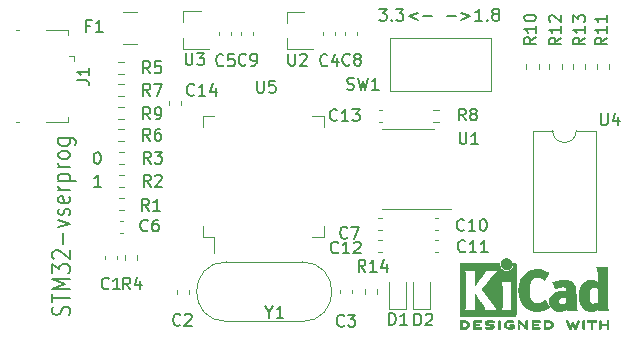
<source format=gbr>
%TF.GenerationSoftware,KiCad,Pcbnew,5.1.9+dfsg1-1~bpo10+1*%
%TF.CreationDate,2021-05-09T13:01:11+08:00*%
%TF.ProjectId,serprog,73657270-726f-4672-9e6b-696361645f70,rev?*%
%TF.SameCoordinates,Original*%
%TF.FileFunction,Legend,Top*%
%TF.FilePolarity,Positive*%
%FSLAX46Y46*%
G04 Gerber Fmt 4.6, Leading zero omitted, Abs format (unit mm)*
G04 Created by KiCad (PCBNEW 5.1.9+dfsg1-1~bpo10+1) date 2021-05-09 13:01:11*
%MOMM*%
%LPD*%
G01*
G04 APERTURE LIST*
%ADD10C,0.150000*%
%ADD11C,0.200000*%
%ADD12C,0.010000*%
%ADD13C,0.120000*%
G04 APERTURE END LIST*
D10*
X109002380Y-69632380D02*
X109097619Y-69632380D01*
X109192857Y-69680000D01*
X109240476Y-69727619D01*
X109288095Y-69822857D01*
X109335714Y-70013333D01*
X109335714Y-70251428D01*
X109288095Y-70441904D01*
X109240476Y-70537142D01*
X109192857Y-70584761D01*
X109097619Y-70632380D01*
X109002380Y-70632380D01*
X108907142Y-70584761D01*
X108859523Y-70537142D01*
X108811904Y-70441904D01*
X108764285Y-70251428D01*
X108764285Y-70013333D01*
X108811904Y-69822857D01*
X108859523Y-69727619D01*
X108907142Y-69680000D01*
X109002380Y-69632380D01*
X109365714Y-72582380D02*
X108794285Y-72582380D01*
X109080000Y-72582380D02*
X109080000Y-71582380D01*
X108984761Y-71725238D01*
X108889523Y-71820476D01*
X108794285Y-71868095D01*
D11*
X106687142Y-83420000D02*
X106758571Y-83241428D01*
X106758571Y-82943809D01*
X106687142Y-82824761D01*
X106615714Y-82765238D01*
X106472857Y-82705714D01*
X106330000Y-82705714D01*
X106187142Y-82765238D01*
X106115714Y-82824761D01*
X106044285Y-82943809D01*
X105972857Y-83181904D01*
X105901428Y-83300952D01*
X105830000Y-83360476D01*
X105687142Y-83420000D01*
X105544285Y-83420000D01*
X105401428Y-83360476D01*
X105330000Y-83300952D01*
X105258571Y-83181904D01*
X105258571Y-82884285D01*
X105330000Y-82705714D01*
X105258571Y-82348571D02*
X105258571Y-81634285D01*
X106758571Y-81991428D02*
X105258571Y-81991428D01*
X106758571Y-81217619D02*
X105258571Y-81217619D01*
X106330000Y-80800952D01*
X105258571Y-80384285D01*
X106758571Y-80384285D01*
X105258571Y-79908095D02*
X105258571Y-79134285D01*
X105830000Y-79550952D01*
X105830000Y-79372380D01*
X105901428Y-79253333D01*
X105972857Y-79193809D01*
X106115714Y-79134285D01*
X106472857Y-79134285D01*
X106615714Y-79193809D01*
X106687142Y-79253333D01*
X106758571Y-79372380D01*
X106758571Y-79729523D01*
X106687142Y-79848571D01*
X106615714Y-79908095D01*
X105401428Y-78658095D02*
X105330000Y-78598571D01*
X105258571Y-78479523D01*
X105258571Y-78181904D01*
X105330000Y-78062857D01*
X105401428Y-78003333D01*
X105544285Y-77943809D01*
X105687142Y-77943809D01*
X105901428Y-78003333D01*
X106758571Y-78717619D01*
X106758571Y-77943809D01*
X106187142Y-77408095D02*
X106187142Y-76455714D01*
X105758571Y-75979523D02*
X106758571Y-75681904D01*
X105758571Y-75384285D01*
X106687142Y-74967619D02*
X106758571Y-74848571D01*
X106758571Y-74610476D01*
X106687142Y-74491428D01*
X106544285Y-74431904D01*
X106472857Y-74431904D01*
X106330000Y-74491428D01*
X106258571Y-74610476D01*
X106258571Y-74789047D01*
X106187142Y-74908095D01*
X106044285Y-74967619D01*
X105972857Y-74967619D01*
X105830000Y-74908095D01*
X105758571Y-74789047D01*
X105758571Y-74610476D01*
X105830000Y-74491428D01*
X106687142Y-73420000D02*
X106758571Y-73539047D01*
X106758571Y-73777142D01*
X106687142Y-73896190D01*
X106544285Y-73955714D01*
X105972857Y-73955714D01*
X105830000Y-73896190D01*
X105758571Y-73777142D01*
X105758571Y-73539047D01*
X105830000Y-73420000D01*
X105972857Y-73360476D01*
X106115714Y-73360476D01*
X106258571Y-73955714D01*
X106758571Y-72824761D02*
X105758571Y-72824761D01*
X106044285Y-72824761D02*
X105901428Y-72765238D01*
X105830000Y-72705714D01*
X105758571Y-72586666D01*
X105758571Y-72467619D01*
X105758571Y-72050952D02*
X107258571Y-72050952D01*
X105830000Y-72050952D02*
X105758571Y-71931904D01*
X105758571Y-71693809D01*
X105830000Y-71574761D01*
X105901428Y-71515238D01*
X106044285Y-71455714D01*
X106472857Y-71455714D01*
X106615714Y-71515238D01*
X106687142Y-71574761D01*
X106758571Y-71693809D01*
X106758571Y-71931904D01*
X106687142Y-72050952D01*
X106758571Y-70920000D02*
X105758571Y-70920000D01*
X106044285Y-70920000D02*
X105901428Y-70860476D01*
X105830000Y-70800952D01*
X105758571Y-70681904D01*
X105758571Y-70562857D01*
X106758571Y-69967619D02*
X106687142Y-70086666D01*
X106615714Y-70146190D01*
X106472857Y-70205714D01*
X106044285Y-70205714D01*
X105901428Y-70146190D01*
X105830000Y-70086666D01*
X105758571Y-69967619D01*
X105758571Y-69789047D01*
X105830000Y-69670000D01*
X105901428Y-69610476D01*
X106044285Y-69550952D01*
X106472857Y-69550952D01*
X106615714Y-69610476D01*
X106687142Y-69670000D01*
X106758571Y-69789047D01*
X106758571Y-69967619D01*
X105758571Y-68479523D02*
X106972857Y-68479523D01*
X107115714Y-68539047D01*
X107187142Y-68598571D01*
X107258571Y-68717619D01*
X107258571Y-68896190D01*
X107187142Y-69015238D01*
X106687142Y-68479523D02*
X106758571Y-68598571D01*
X106758571Y-68836666D01*
X106687142Y-68955714D01*
X106615714Y-69015238D01*
X106472857Y-69074761D01*
X106044285Y-69074761D01*
X105901428Y-69015238D01*
X105830000Y-68955714D01*
X105758571Y-68836666D01*
X105758571Y-68598571D01*
X105830000Y-68479523D01*
D10*
X132934761Y-57502380D02*
X133553809Y-57502380D01*
X133220476Y-57883333D01*
X133363333Y-57883333D01*
X133458571Y-57930952D01*
X133506190Y-57978571D01*
X133553809Y-58073809D01*
X133553809Y-58311904D01*
X133506190Y-58407142D01*
X133458571Y-58454761D01*
X133363333Y-58502380D01*
X133077619Y-58502380D01*
X132982380Y-58454761D01*
X132934761Y-58407142D01*
X133982380Y-58407142D02*
X134030000Y-58454761D01*
X133982380Y-58502380D01*
X133934761Y-58454761D01*
X133982380Y-58407142D01*
X133982380Y-58502380D01*
X134363333Y-57502380D02*
X134982380Y-57502380D01*
X134649047Y-57883333D01*
X134791904Y-57883333D01*
X134887142Y-57930952D01*
X134934761Y-57978571D01*
X134982380Y-58073809D01*
X134982380Y-58311904D01*
X134934761Y-58407142D01*
X134887142Y-58454761D01*
X134791904Y-58502380D01*
X134506190Y-58502380D01*
X134410952Y-58454761D01*
X134363333Y-58407142D01*
X136172857Y-57835714D02*
X135410952Y-58121428D01*
X136172857Y-58407142D01*
X136649047Y-58121428D02*
X137410952Y-58121428D01*
X138649047Y-58121428D02*
X139410952Y-58121428D01*
X139887142Y-57835714D02*
X140649047Y-58121428D01*
X139887142Y-58407142D01*
X141649047Y-58502380D02*
X141077619Y-58502380D01*
X141363333Y-58502380D02*
X141363333Y-57502380D01*
X141268095Y-57645238D01*
X141172857Y-57740476D01*
X141077619Y-57788095D01*
X142077619Y-58407142D02*
X142125238Y-58454761D01*
X142077619Y-58502380D01*
X142030000Y-58454761D01*
X142077619Y-58407142D01*
X142077619Y-58502380D01*
X142696666Y-57930952D02*
X142601428Y-57883333D01*
X142553809Y-57835714D01*
X142506190Y-57740476D01*
X142506190Y-57692857D01*
X142553809Y-57597619D01*
X142601428Y-57550000D01*
X142696666Y-57502380D01*
X142887142Y-57502380D01*
X142982380Y-57550000D01*
X143030000Y-57597619D01*
X143077619Y-57692857D01*
X143077619Y-57740476D01*
X143030000Y-57835714D01*
X142982380Y-57883333D01*
X142887142Y-57930952D01*
X142696666Y-57930952D01*
X142601428Y-57978571D01*
X142553809Y-58026190D01*
X142506190Y-58121428D01*
X142506190Y-58311904D01*
X142553809Y-58407142D01*
X142601428Y-58454761D01*
X142696666Y-58502380D01*
X142887142Y-58502380D01*
X142982380Y-58454761D01*
X143030000Y-58407142D01*
X143077619Y-58311904D01*
X143077619Y-58121428D01*
X143030000Y-58026190D01*
X142982380Y-57978571D01*
X142887142Y-57930952D01*
D12*
%TO.C,REF\u002A\u002A*%
G36*
X152258823Y-83874533D02*
G01*
X152290202Y-83896776D01*
X152317911Y-83924485D01*
X152317911Y-84233920D01*
X152317838Y-84325799D01*
X152317495Y-84397840D01*
X152316692Y-84452780D01*
X152315241Y-84493360D01*
X152312952Y-84522317D01*
X152309636Y-84542391D01*
X152305105Y-84556321D01*
X152299169Y-84566845D01*
X152294514Y-84573100D01*
X152263783Y-84597673D01*
X152228496Y-84600341D01*
X152196245Y-84585271D01*
X152185588Y-84576374D01*
X152178464Y-84564557D01*
X152174167Y-84545526D01*
X152171991Y-84514992D01*
X152171228Y-84468662D01*
X152171155Y-84432871D01*
X152171155Y-84298045D01*
X151674444Y-84298045D01*
X151674444Y-84420700D01*
X151673931Y-84476787D01*
X151671876Y-84515333D01*
X151667508Y-84541361D01*
X151660056Y-84559897D01*
X151651047Y-84573100D01*
X151620144Y-84597604D01*
X151585196Y-84600506D01*
X151551738Y-84583089D01*
X151542604Y-84573959D01*
X151536152Y-84561855D01*
X151531897Y-84543001D01*
X151529352Y-84513620D01*
X151528029Y-84469937D01*
X151527443Y-84408175D01*
X151527375Y-84394000D01*
X151526891Y-84277631D01*
X151526641Y-84181727D01*
X151526723Y-84104177D01*
X151527231Y-84042869D01*
X151528262Y-83995690D01*
X151529913Y-83960530D01*
X151532279Y-83935276D01*
X151535457Y-83917817D01*
X151539544Y-83906041D01*
X151544634Y-83897835D01*
X151550266Y-83891645D01*
X151582128Y-83871844D01*
X151615357Y-83874533D01*
X151646735Y-83896776D01*
X151659433Y-83911126D01*
X151667526Y-83926978D01*
X151672042Y-83949554D01*
X151674006Y-83984078D01*
X151674444Y-84035776D01*
X151674444Y-84151289D01*
X152171155Y-84151289D01*
X152171155Y-84032756D01*
X152171662Y-83978148D01*
X152173698Y-83941275D01*
X152178035Y-83917307D01*
X152185447Y-83901415D01*
X152193733Y-83891645D01*
X152225594Y-83871844D01*
X152258823Y-83874533D01*
G37*
X152258823Y-83874533D02*
X152290202Y-83896776D01*
X152317911Y-83924485D01*
X152317911Y-84233920D01*
X152317838Y-84325799D01*
X152317495Y-84397840D01*
X152316692Y-84452780D01*
X152315241Y-84493360D01*
X152312952Y-84522317D01*
X152309636Y-84542391D01*
X152305105Y-84556321D01*
X152299169Y-84566845D01*
X152294514Y-84573100D01*
X152263783Y-84597673D01*
X152228496Y-84600341D01*
X152196245Y-84585271D01*
X152185588Y-84576374D01*
X152178464Y-84564557D01*
X152174167Y-84545526D01*
X152171991Y-84514992D01*
X152171228Y-84468662D01*
X152171155Y-84432871D01*
X152171155Y-84298045D01*
X151674444Y-84298045D01*
X151674444Y-84420700D01*
X151673931Y-84476787D01*
X151671876Y-84515333D01*
X151667508Y-84541361D01*
X151660056Y-84559897D01*
X151651047Y-84573100D01*
X151620144Y-84597604D01*
X151585196Y-84600506D01*
X151551738Y-84583089D01*
X151542604Y-84573959D01*
X151536152Y-84561855D01*
X151531897Y-84543001D01*
X151529352Y-84513620D01*
X151528029Y-84469937D01*
X151527443Y-84408175D01*
X151527375Y-84394000D01*
X151526891Y-84277631D01*
X151526641Y-84181727D01*
X151526723Y-84104177D01*
X151527231Y-84042869D01*
X151528262Y-83995690D01*
X151529913Y-83960530D01*
X151532279Y-83935276D01*
X151535457Y-83917817D01*
X151539544Y-83906041D01*
X151544634Y-83897835D01*
X151550266Y-83891645D01*
X151582128Y-83871844D01*
X151615357Y-83874533D01*
X151646735Y-83896776D01*
X151659433Y-83911126D01*
X151667526Y-83926978D01*
X151672042Y-83949554D01*
X151674006Y-83984078D01*
X151674444Y-84035776D01*
X151674444Y-84151289D01*
X152171155Y-84151289D01*
X152171155Y-84032756D01*
X152171662Y-83978148D01*
X152173698Y-83941275D01*
X152178035Y-83917307D01*
X152185447Y-83901415D01*
X152193733Y-83891645D01*
X152225594Y-83871844D01*
X152258823Y-83874533D01*
G36*
X150993065Y-83869163D02*
G01*
X151071772Y-83869542D01*
X151132863Y-83870333D01*
X151178817Y-83871670D01*
X151212114Y-83873683D01*
X151235236Y-83876506D01*
X151250662Y-83880269D01*
X151260871Y-83885105D01*
X151265813Y-83888822D01*
X151291457Y-83921358D01*
X151294559Y-83955138D01*
X151278711Y-83985826D01*
X151268348Y-83998089D01*
X151257196Y-84006450D01*
X151241035Y-84011657D01*
X151215642Y-84014457D01*
X151176798Y-84015596D01*
X151120280Y-84015821D01*
X151109180Y-84015822D01*
X150963244Y-84015822D01*
X150963244Y-84286756D01*
X150963148Y-84372154D01*
X150962711Y-84437864D01*
X150961712Y-84486774D01*
X150959928Y-84521773D01*
X150957137Y-84545749D01*
X150953117Y-84561593D01*
X150947645Y-84572191D01*
X150940666Y-84580267D01*
X150907734Y-84600112D01*
X150873354Y-84598548D01*
X150842176Y-84575906D01*
X150839886Y-84573100D01*
X150832429Y-84562492D01*
X150826747Y-84550081D01*
X150822601Y-84532850D01*
X150819750Y-84507784D01*
X150817954Y-84471867D01*
X150816972Y-84422083D01*
X150816564Y-84355417D01*
X150816489Y-84279589D01*
X150816489Y-84015822D01*
X150677127Y-84015822D01*
X150617322Y-84015418D01*
X150575918Y-84013840D01*
X150548748Y-84010547D01*
X150531646Y-84004992D01*
X150520443Y-83996631D01*
X150519083Y-83995178D01*
X150502725Y-83961939D01*
X150504172Y-83924362D01*
X150522978Y-83891645D01*
X150530250Y-83885298D01*
X150539627Y-83880266D01*
X150553609Y-83876396D01*
X150574696Y-83873537D01*
X150605389Y-83871535D01*
X150648189Y-83870239D01*
X150705595Y-83869498D01*
X150780110Y-83869158D01*
X150874233Y-83869068D01*
X150894260Y-83869067D01*
X150993065Y-83869163D01*
G37*
X150993065Y-83869163D02*
X151071772Y-83869542D01*
X151132863Y-83870333D01*
X151178817Y-83871670D01*
X151212114Y-83873683D01*
X151235236Y-83876506D01*
X151250662Y-83880269D01*
X151260871Y-83885105D01*
X151265813Y-83888822D01*
X151291457Y-83921358D01*
X151294559Y-83955138D01*
X151278711Y-83985826D01*
X151268348Y-83998089D01*
X151257196Y-84006450D01*
X151241035Y-84011657D01*
X151215642Y-84014457D01*
X151176798Y-84015596D01*
X151120280Y-84015821D01*
X151109180Y-84015822D01*
X150963244Y-84015822D01*
X150963244Y-84286756D01*
X150963148Y-84372154D01*
X150962711Y-84437864D01*
X150961712Y-84486774D01*
X150959928Y-84521773D01*
X150957137Y-84545749D01*
X150953117Y-84561593D01*
X150947645Y-84572191D01*
X150940666Y-84580267D01*
X150907734Y-84600112D01*
X150873354Y-84598548D01*
X150842176Y-84575906D01*
X150839886Y-84573100D01*
X150832429Y-84562492D01*
X150826747Y-84550081D01*
X150822601Y-84532850D01*
X150819750Y-84507784D01*
X150817954Y-84471867D01*
X150816972Y-84422083D01*
X150816564Y-84355417D01*
X150816489Y-84279589D01*
X150816489Y-84015822D01*
X150677127Y-84015822D01*
X150617322Y-84015418D01*
X150575918Y-84013840D01*
X150548748Y-84010547D01*
X150531646Y-84004992D01*
X150520443Y-83996631D01*
X150519083Y-83995178D01*
X150502725Y-83961939D01*
X150504172Y-83924362D01*
X150522978Y-83891645D01*
X150530250Y-83885298D01*
X150539627Y-83880266D01*
X150553609Y-83876396D01*
X150574696Y-83873537D01*
X150605389Y-83871535D01*
X150648189Y-83870239D01*
X150705595Y-83869498D01*
X150780110Y-83869158D01*
X150874233Y-83869068D01*
X150894260Y-83869067D01*
X150993065Y-83869163D01*
G36*
X150218614Y-83875877D02*
G01*
X150242327Y-83890647D01*
X150268978Y-83912227D01*
X150268978Y-84233773D01*
X150268893Y-84327830D01*
X150268529Y-84401932D01*
X150267724Y-84458704D01*
X150266313Y-84500768D01*
X150264133Y-84530748D01*
X150261021Y-84551267D01*
X150256814Y-84564949D01*
X150251348Y-84574416D01*
X150247472Y-84579082D01*
X150216034Y-84599575D01*
X150180233Y-84598739D01*
X150148873Y-84581264D01*
X150122222Y-84559684D01*
X150122222Y-83912227D01*
X150148873Y-83890647D01*
X150174594Y-83874949D01*
X150195600Y-83869067D01*
X150218614Y-83875877D01*
G37*
X150218614Y-83875877D02*
X150242327Y-83890647D01*
X150268978Y-83912227D01*
X150268978Y-84233773D01*
X150268893Y-84327830D01*
X150268529Y-84401932D01*
X150267724Y-84458704D01*
X150266313Y-84500768D01*
X150264133Y-84530748D01*
X150261021Y-84551267D01*
X150256814Y-84564949D01*
X150251348Y-84574416D01*
X150247472Y-84579082D01*
X150216034Y-84599575D01*
X150180233Y-84598739D01*
X150148873Y-84581264D01*
X150122222Y-84559684D01*
X150122222Y-83912227D01*
X150148873Y-83890647D01*
X150174594Y-83874949D01*
X150195600Y-83869067D01*
X150218614Y-83875877D01*
G36*
X149774665Y-83871034D02*
G01*
X149794255Y-83878035D01*
X149795010Y-83878377D01*
X149821613Y-83898678D01*
X149836270Y-83919561D01*
X149839138Y-83929352D01*
X149838996Y-83942361D01*
X149834961Y-83960895D01*
X149826146Y-83987257D01*
X149811669Y-84023752D01*
X149790645Y-84072687D01*
X149762188Y-84136365D01*
X149725415Y-84217093D01*
X149705175Y-84261216D01*
X149668625Y-84339985D01*
X149634315Y-84412423D01*
X149603552Y-84475880D01*
X149577648Y-84527708D01*
X149557910Y-84565259D01*
X149545650Y-84585884D01*
X149543224Y-84588733D01*
X149512183Y-84601302D01*
X149477121Y-84599619D01*
X149449000Y-84584332D01*
X149447854Y-84583089D01*
X149436668Y-84566154D01*
X149417904Y-84533170D01*
X149393875Y-84488380D01*
X149366897Y-84436032D01*
X149357201Y-84416742D01*
X149284014Y-84270150D01*
X149204240Y-84429393D01*
X149175767Y-84484415D01*
X149149350Y-84532132D01*
X149127148Y-84568893D01*
X149111319Y-84591044D01*
X149105954Y-84595741D01*
X149064257Y-84602102D01*
X149029849Y-84588733D01*
X149019728Y-84574446D01*
X149002214Y-84542692D01*
X148978735Y-84496597D01*
X148950720Y-84439285D01*
X148919599Y-84373880D01*
X148886799Y-84303507D01*
X148853750Y-84231291D01*
X148821881Y-84160355D01*
X148792619Y-84093825D01*
X148767395Y-84034826D01*
X148747636Y-83986481D01*
X148734772Y-83951915D01*
X148730231Y-83934253D01*
X148730277Y-83933613D01*
X148741326Y-83911388D01*
X148763410Y-83888753D01*
X148764710Y-83887768D01*
X148791853Y-83872425D01*
X148816958Y-83872574D01*
X148826368Y-83875466D01*
X148837834Y-83881718D01*
X148850010Y-83894014D01*
X148864357Y-83914908D01*
X148882336Y-83946949D01*
X148905407Y-83992688D01*
X148935030Y-84054677D01*
X148961745Y-84111898D01*
X148992480Y-84178226D01*
X149020021Y-84237874D01*
X149042938Y-84287725D01*
X149059798Y-84324664D01*
X149069173Y-84345573D01*
X149070540Y-84348845D01*
X149076689Y-84343497D01*
X149090822Y-84321109D01*
X149111057Y-84284946D01*
X149135515Y-84238277D01*
X149145248Y-84219022D01*
X149178217Y-84154004D01*
X149203643Y-84106654D01*
X149223612Y-84074219D01*
X149240210Y-84053946D01*
X149255524Y-84043082D01*
X149271640Y-84038875D01*
X149282143Y-84038400D01*
X149300670Y-84040042D01*
X149316904Y-84046831D01*
X149333035Y-84061566D01*
X149351251Y-84087044D01*
X149373739Y-84126061D01*
X149402689Y-84181414D01*
X149418662Y-84212903D01*
X149444570Y-84263087D01*
X149467167Y-84304704D01*
X149484458Y-84334242D01*
X149494450Y-84348189D01*
X149495809Y-84348770D01*
X149502261Y-84337793D01*
X149516708Y-84309290D01*
X149537703Y-84266244D01*
X149563797Y-84211638D01*
X149593546Y-84148454D01*
X149608180Y-84117071D01*
X149646250Y-84036078D01*
X149676905Y-83973756D01*
X149701737Y-83928071D01*
X149722337Y-83896989D01*
X149740298Y-83878478D01*
X149757210Y-83870504D01*
X149774665Y-83871034D01*
G37*
X149774665Y-83871034D02*
X149794255Y-83878035D01*
X149795010Y-83878377D01*
X149821613Y-83898678D01*
X149836270Y-83919561D01*
X149839138Y-83929352D01*
X149838996Y-83942361D01*
X149834961Y-83960895D01*
X149826146Y-83987257D01*
X149811669Y-84023752D01*
X149790645Y-84072687D01*
X149762188Y-84136365D01*
X149725415Y-84217093D01*
X149705175Y-84261216D01*
X149668625Y-84339985D01*
X149634315Y-84412423D01*
X149603552Y-84475880D01*
X149577648Y-84527708D01*
X149557910Y-84565259D01*
X149545650Y-84585884D01*
X149543224Y-84588733D01*
X149512183Y-84601302D01*
X149477121Y-84599619D01*
X149449000Y-84584332D01*
X149447854Y-84583089D01*
X149436668Y-84566154D01*
X149417904Y-84533170D01*
X149393875Y-84488380D01*
X149366897Y-84436032D01*
X149357201Y-84416742D01*
X149284014Y-84270150D01*
X149204240Y-84429393D01*
X149175767Y-84484415D01*
X149149350Y-84532132D01*
X149127148Y-84568893D01*
X149111319Y-84591044D01*
X149105954Y-84595741D01*
X149064257Y-84602102D01*
X149029849Y-84588733D01*
X149019728Y-84574446D01*
X149002214Y-84542692D01*
X148978735Y-84496597D01*
X148950720Y-84439285D01*
X148919599Y-84373880D01*
X148886799Y-84303507D01*
X148853750Y-84231291D01*
X148821881Y-84160355D01*
X148792619Y-84093825D01*
X148767395Y-84034826D01*
X148747636Y-83986481D01*
X148734772Y-83951915D01*
X148730231Y-83934253D01*
X148730277Y-83933613D01*
X148741326Y-83911388D01*
X148763410Y-83888753D01*
X148764710Y-83887768D01*
X148791853Y-83872425D01*
X148816958Y-83872574D01*
X148826368Y-83875466D01*
X148837834Y-83881718D01*
X148850010Y-83894014D01*
X148864357Y-83914908D01*
X148882336Y-83946949D01*
X148905407Y-83992688D01*
X148935030Y-84054677D01*
X148961745Y-84111898D01*
X148992480Y-84178226D01*
X149020021Y-84237874D01*
X149042938Y-84287725D01*
X149059798Y-84324664D01*
X149069173Y-84345573D01*
X149070540Y-84348845D01*
X149076689Y-84343497D01*
X149090822Y-84321109D01*
X149111057Y-84284946D01*
X149135515Y-84238277D01*
X149145248Y-84219022D01*
X149178217Y-84154004D01*
X149203643Y-84106654D01*
X149223612Y-84074219D01*
X149240210Y-84053946D01*
X149255524Y-84043082D01*
X149271640Y-84038875D01*
X149282143Y-84038400D01*
X149300670Y-84040042D01*
X149316904Y-84046831D01*
X149333035Y-84061566D01*
X149351251Y-84087044D01*
X149373739Y-84126061D01*
X149402689Y-84181414D01*
X149418662Y-84212903D01*
X149444570Y-84263087D01*
X149467167Y-84304704D01*
X149484458Y-84334242D01*
X149494450Y-84348189D01*
X149495809Y-84348770D01*
X149502261Y-84337793D01*
X149516708Y-84309290D01*
X149537703Y-84266244D01*
X149563797Y-84211638D01*
X149593546Y-84148454D01*
X149608180Y-84117071D01*
X149646250Y-84036078D01*
X149676905Y-83973756D01*
X149701737Y-83928071D01*
X149722337Y-83896989D01*
X149740298Y-83878478D01*
X149757210Y-83870504D01*
X149774665Y-83871034D01*
G36*
X147048309Y-83869275D02*
G01*
X147177288Y-83873636D01*
X147286991Y-83886861D01*
X147379226Y-83909741D01*
X147455802Y-83943070D01*
X147518527Y-83987638D01*
X147569212Y-84044236D01*
X147609663Y-84113658D01*
X147610459Y-84115351D01*
X147634601Y-84177483D01*
X147643203Y-84232509D01*
X147636231Y-84287887D01*
X147613654Y-84351073D01*
X147609372Y-84360689D01*
X147580172Y-84416966D01*
X147547356Y-84460451D01*
X147505002Y-84497417D01*
X147447190Y-84534135D01*
X147443831Y-84536052D01*
X147393504Y-84560227D01*
X147336621Y-84578282D01*
X147269527Y-84590839D01*
X147188565Y-84598522D01*
X147090082Y-84601953D01*
X147055286Y-84602251D01*
X146889594Y-84602845D01*
X146866197Y-84573100D01*
X146859257Y-84563319D01*
X146853842Y-84551897D01*
X146849765Y-84536095D01*
X146846837Y-84513175D01*
X146844867Y-84480396D01*
X146844225Y-84456089D01*
X147000844Y-84456089D01*
X147094726Y-84456089D01*
X147149664Y-84454483D01*
X147206060Y-84450255D01*
X147252345Y-84444292D01*
X147255139Y-84443790D01*
X147337348Y-84421736D01*
X147401114Y-84388600D01*
X147448452Y-84342847D01*
X147481382Y-84282939D01*
X147487108Y-84267061D01*
X147492721Y-84242333D01*
X147490291Y-84217902D01*
X147478467Y-84185400D01*
X147471340Y-84169434D01*
X147448000Y-84127006D01*
X147419880Y-84097240D01*
X147388940Y-84076511D01*
X147326966Y-84049537D01*
X147247651Y-84029998D01*
X147155253Y-84018746D01*
X147088333Y-84016270D01*
X147000844Y-84015822D01*
X147000844Y-84456089D01*
X146844225Y-84456089D01*
X146843668Y-84435021D01*
X146843050Y-84374311D01*
X146842825Y-84295526D01*
X146842800Y-84233920D01*
X146842800Y-83924485D01*
X146870509Y-83896776D01*
X146882806Y-83885544D01*
X146896103Y-83877853D01*
X146914672Y-83873040D01*
X146942786Y-83870446D01*
X146984717Y-83869410D01*
X147044737Y-83869270D01*
X147048309Y-83869275D01*
G37*
X147048309Y-83869275D02*
X147177288Y-83873636D01*
X147286991Y-83886861D01*
X147379226Y-83909741D01*
X147455802Y-83943070D01*
X147518527Y-83987638D01*
X147569212Y-84044236D01*
X147609663Y-84113658D01*
X147610459Y-84115351D01*
X147634601Y-84177483D01*
X147643203Y-84232509D01*
X147636231Y-84287887D01*
X147613654Y-84351073D01*
X147609372Y-84360689D01*
X147580172Y-84416966D01*
X147547356Y-84460451D01*
X147505002Y-84497417D01*
X147447190Y-84534135D01*
X147443831Y-84536052D01*
X147393504Y-84560227D01*
X147336621Y-84578282D01*
X147269527Y-84590839D01*
X147188565Y-84598522D01*
X147090082Y-84601953D01*
X147055286Y-84602251D01*
X146889594Y-84602845D01*
X146866197Y-84573100D01*
X146859257Y-84563319D01*
X146853842Y-84551897D01*
X146849765Y-84536095D01*
X146846837Y-84513175D01*
X146844867Y-84480396D01*
X146844225Y-84456089D01*
X147000844Y-84456089D01*
X147094726Y-84456089D01*
X147149664Y-84454483D01*
X147206060Y-84450255D01*
X147252345Y-84444292D01*
X147255139Y-84443790D01*
X147337348Y-84421736D01*
X147401114Y-84388600D01*
X147448452Y-84342847D01*
X147481382Y-84282939D01*
X147487108Y-84267061D01*
X147492721Y-84242333D01*
X147490291Y-84217902D01*
X147478467Y-84185400D01*
X147471340Y-84169434D01*
X147448000Y-84127006D01*
X147419880Y-84097240D01*
X147388940Y-84076511D01*
X147326966Y-84049537D01*
X147247651Y-84029998D01*
X147155253Y-84018746D01*
X147088333Y-84016270D01*
X147000844Y-84015822D01*
X147000844Y-84456089D01*
X146844225Y-84456089D01*
X146843668Y-84435021D01*
X146843050Y-84374311D01*
X146842825Y-84295526D01*
X146842800Y-84233920D01*
X146842800Y-83924485D01*
X146870509Y-83896776D01*
X146882806Y-83885544D01*
X146896103Y-83877853D01*
X146914672Y-83873040D01*
X146942786Y-83870446D01*
X146984717Y-83869410D01*
X147044737Y-83869270D01*
X147048309Y-83869275D01*
G36*
X146260343Y-83869260D02*
G01*
X146336701Y-83870174D01*
X146395217Y-83872311D01*
X146438255Y-83876175D01*
X146468183Y-83882267D01*
X146487368Y-83891090D01*
X146498176Y-83903146D01*
X146502973Y-83918939D01*
X146504127Y-83938970D01*
X146504133Y-83941335D01*
X146503131Y-83963992D01*
X146498396Y-83981503D01*
X146487333Y-83994574D01*
X146467348Y-84003913D01*
X146435846Y-84010227D01*
X146390232Y-84014222D01*
X146327913Y-84016606D01*
X146246293Y-84018086D01*
X146221277Y-84018414D01*
X145979200Y-84021467D01*
X145975814Y-84086378D01*
X145972429Y-84151289D01*
X146140576Y-84151289D01*
X146206266Y-84151531D01*
X146253172Y-84152556D01*
X146285083Y-84154811D01*
X146305791Y-84158742D01*
X146319084Y-84164798D01*
X146328755Y-84173424D01*
X146328817Y-84173493D01*
X146346356Y-84207112D01*
X146345722Y-84243448D01*
X146327314Y-84274423D01*
X146323671Y-84277607D01*
X146310741Y-84285812D01*
X146293024Y-84291521D01*
X146266570Y-84295162D01*
X146227432Y-84297167D01*
X146171662Y-84297964D01*
X146135994Y-84298045D01*
X145973555Y-84298045D01*
X145973555Y-84456089D01*
X146220161Y-84456089D01*
X146301580Y-84456231D01*
X146363410Y-84456814D01*
X146408637Y-84458068D01*
X146440248Y-84460227D01*
X146461231Y-84463523D01*
X146474573Y-84468189D01*
X146483261Y-84474457D01*
X146485450Y-84476733D01*
X146501614Y-84508280D01*
X146502797Y-84544168D01*
X146489536Y-84575285D01*
X146479043Y-84585271D01*
X146468129Y-84590769D01*
X146451217Y-84595022D01*
X146425633Y-84598180D01*
X146388701Y-84600392D01*
X146337746Y-84601806D01*
X146270094Y-84602572D01*
X146183069Y-84602838D01*
X146163394Y-84602845D01*
X146074911Y-84602787D01*
X146006227Y-84602467D01*
X145954564Y-84601667D01*
X145917145Y-84600167D01*
X145891190Y-84597749D01*
X145873922Y-84594194D01*
X145862562Y-84589282D01*
X145854332Y-84582795D01*
X145849817Y-84578138D01*
X145843021Y-84569889D01*
X145837712Y-84559669D01*
X145833706Y-84544800D01*
X145830821Y-84522602D01*
X145828874Y-84490393D01*
X145827681Y-84445496D01*
X145827061Y-84385228D01*
X145826829Y-84306911D01*
X145826800Y-84240994D01*
X145826871Y-84148628D01*
X145827208Y-84076117D01*
X145827998Y-84020737D01*
X145829426Y-83979765D01*
X145831679Y-83950478D01*
X145834943Y-83930153D01*
X145839404Y-83916066D01*
X145845248Y-83905495D01*
X145850197Y-83898811D01*
X145873594Y-83869067D01*
X146163774Y-83869067D01*
X146260343Y-83869260D01*
G37*
X146260343Y-83869260D02*
X146336701Y-83870174D01*
X146395217Y-83872311D01*
X146438255Y-83876175D01*
X146468183Y-83882267D01*
X146487368Y-83891090D01*
X146498176Y-83903146D01*
X146502973Y-83918939D01*
X146504127Y-83938970D01*
X146504133Y-83941335D01*
X146503131Y-83963992D01*
X146498396Y-83981503D01*
X146487333Y-83994574D01*
X146467348Y-84003913D01*
X146435846Y-84010227D01*
X146390232Y-84014222D01*
X146327913Y-84016606D01*
X146246293Y-84018086D01*
X146221277Y-84018414D01*
X145979200Y-84021467D01*
X145975814Y-84086378D01*
X145972429Y-84151289D01*
X146140576Y-84151289D01*
X146206266Y-84151531D01*
X146253172Y-84152556D01*
X146285083Y-84154811D01*
X146305791Y-84158742D01*
X146319084Y-84164798D01*
X146328755Y-84173424D01*
X146328817Y-84173493D01*
X146346356Y-84207112D01*
X146345722Y-84243448D01*
X146327314Y-84274423D01*
X146323671Y-84277607D01*
X146310741Y-84285812D01*
X146293024Y-84291521D01*
X146266570Y-84295162D01*
X146227432Y-84297167D01*
X146171662Y-84297964D01*
X146135994Y-84298045D01*
X145973555Y-84298045D01*
X145973555Y-84456089D01*
X146220161Y-84456089D01*
X146301580Y-84456231D01*
X146363410Y-84456814D01*
X146408637Y-84458068D01*
X146440248Y-84460227D01*
X146461231Y-84463523D01*
X146474573Y-84468189D01*
X146483261Y-84474457D01*
X146485450Y-84476733D01*
X146501614Y-84508280D01*
X146502797Y-84544168D01*
X146489536Y-84575285D01*
X146479043Y-84585271D01*
X146468129Y-84590769D01*
X146451217Y-84595022D01*
X146425633Y-84598180D01*
X146388701Y-84600392D01*
X146337746Y-84601806D01*
X146270094Y-84602572D01*
X146183069Y-84602838D01*
X146163394Y-84602845D01*
X146074911Y-84602787D01*
X146006227Y-84602467D01*
X145954564Y-84601667D01*
X145917145Y-84600167D01*
X145891190Y-84597749D01*
X145873922Y-84594194D01*
X145862562Y-84589282D01*
X145854332Y-84582795D01*
X145849817Y-84578138D01*
X145843021Y-84569889D01*
X145837712Y-84559669D01*
X145833706Y-84544800D01*
X145830821Y-84522602D01*
X145828874Y-84490393D01*
X145827681Y-84445496D01*
X145827061Y-84385228D01*
X145826829Y-84306911D01*
X145826800Y-84240994D01*
X145826871Y-84148628D01*
X145827208Y-84076117D01*
X145827998Y-84020737D01*
X145829426Y-83979765D01*
X145831679Y-83950478D01*
X145834943Y-83930153D01*
X145839404Y-83916066D01*
X145845248Y-83905495D01*
X145850197Y-83898811D01*
X145873594Y-83869067D01*
X146163774Y-83869067D01*
X146260343Y-83869260D01*
G36*
X144729886Y-83873448D02*
G01*
X144753452Y-83887273D01*
X144784265Y-83909881D01*
X144823922Y-83942338D01*
X144874020Y-83985708D01*
X144936157Y-84041058D01*
X145011928Y-84109451D01*
X145098666Y-84188084D01*
X145279289Y-84351878D01*
X145284933Y-84132029D01*
X145286971Y-84056351D01*
X145288937Y-83999994D01*
X145291266Y-83959706D01*
X145294394Y-83932235D01*
X145298755Y-83914329D01*
X145304784Y-83902737D01*
X145312916Y-83894208D01*
X145317228Y-83890623D01*
X145351759Y-83871670D01*
X145384617Y-83874441D01*
X145410682Y-83890633D01*
X145437333Y-83912199D01*
X145440648Y-84227151D01*
X145441565Y-84319779D01*
X145442032Y-84392544D01*
X145441887Y-84448161D01*
X145440968Y-84489342D01*
X145439113Y-84518803D01*
X145436161Y-84539255D01*
X145431950Y-84553413D01*
X145426318Y-84563991D01*
X145420073Y-84572474D01*
X145406561Y-84588207D01*
X145393117Y-84598636D01*
X145377876Y-84602639D01*
X145358974Y-84599094D01*
X145334545Y-84586879D01*
X145302727Y-84564871D01*
X145261652Y-84531949D01*
X145209458Y-84486991D01*
X145144278Y-84428875D01*
X145070444Y-84362099D01*
X144805155Y-84121458D01*
X144799511Y-84340589D01*
X144797469Y-84416128D01*
X144795498Y-84472354D01*
X144793161Y-84512524D01*
X144790019Y-84539896D01*
X144785636Y-84557728D01*
X144779576Y-84569279D01*
X144771400Y-84577807D01*
X144767216Y-84581282D01*
X144730235Y-84600372D01*
X144695292Y-84597493D01*
X144664864Y-84573100D01*
X144657903Y-84563286D01*
X144652477Y-84551826D01*
X144648397Y-84535968D01*
X144645471Y-84512963D01*
X144643508Y-84480062D01*
X144642317Y-84434516D01*
X144641708Y-84373573D01*
X144641489Y-84294486D01*
X144641466Y-84235956D01*
X144641540Y-84144407D01*
X144641887Y-84072687D01*
X144642699Y-84018045D01*
X144644167Y-83977732D01*
X144646481Y-83948998D01*
X144649833Y-83929093D01*
X144654412Y-83915268D01*
X144660411Y-83904772D01*
X144664864Y-83898811D01*
X144676150Y-83884691D01*
X144686699Y-83874029D01*
X144698107Y-83867892D01*
X144711970Y-83867343D01*
X144729886Y-83873448D01*
G37*
X144729886Y-83873448D02*
X144753452Y-83887273D01*
X144784265Y-83909881D01*
X144823922Y-83942338D01*
X144874020Y-83985708D01*
X144936157Y-84041058D01*
X145011928Y-84109451D01*
X145098666Y-84188084D01*
X145279289Y-84351878D01*
X145284933Y-84132029D01*
X145286971Y-84056351D01*
X145288937Y-83999994D01*
X145291266Y-83959706D01*
X145294394Y-83932235D01*
X145298755Y-83914329D01*
X145304784Y-83902737D01*
X145312916Y-83894208D01*
X145317228Y-83890623D01*
X145351759Y-83871670D01*
X145384617Y-83874441D01*
X145410682Y-83890633D01*
X145437333Y-83912199D01*
X145440648Y-84227151D01*
X145441565Y-84319779D01*
X145442032Y-84392544D01*
X145441887Y-84448161D01*
X145440968Y-84489342D01*
X145439113Y-84518803D01*
X145436161Y-84539255D01*
X145431950Y-84553413D01*
X145426318Y-84563991D01*
X145420073Y-84572474D01*
X145406561Y-84588207D01*
X145393117Y-84598636D01*
X145377876Y-84602639D01*
X145358974Y-84599094D01*
X145334545Y-84586879D01*
X145302727Y-84564871D01*
X145261652Y-84531949D01*
X145209458Y-84486991D01*
X145144278Y-84428875D01*
X145070444Y-84362099D01*
X144805155Y-84121458D01*
X144799511Y-84340589D01*
X144797469Y-84416128D01*
X144795498Y-84472354D01*
X144793161Y-84512524D01*
X144790019Y-84539896D01*
X144785636Y-84557728D01*
X144779576Y-84569279D01*
X144771400Y-84577807D01*
X144767216Y-84581282D01*
X144730235Y-84600372D01*
X144695292Y-84597493D01*
X144664864Y-84573100D01*
X144657903Y-84563286D01*
X144652477Y-84551826D01*
X144648397Y-84535968D01*
X144645471Y-84512963D01*
X144643508Y-84480062D01*
X144642317Y-84434516D01*
X144641708Y-84373573D01*
X144641489Y-84294486D01*
X144641466Y-84235956D01*
X144641540Y-84144407D01*
X144641887Y-84072687D01*
X144642699Y-84018045D01*
X144644167Y-83977732D01*
X144646481Y-83948998D01*
X144649833Y-83929093D01*
X144654412Y-83915268D01*
X144660411Y-83904772D01*
X144664864Y-83898811D01*
X144676150Y-83884691D01*
X144686699Y-83874029D01*
X144698107Y-83867892D01*
X144711970Y-83867343D01*
X144729886Y-83873448D01*
G36*
X144079919Y-83874599D02*
G01*
X144148435Y-83886095D01*
X144201057Y-83903967D01*
X144235292Y-83927499D01*
X144244621Y-83940924D01*
X144254107Y-83972148D01*
X144247723Y-84000395D01*
X144227570Y-84027182D01*
X144196255Y-84039713D01*
X144150817Y-84038696D01*
X144115674Y-84031906D01*
X144037581Y-84018971D01*
X143957774Y-84017742D01*
X143868445Y-84028241D01*
X143843771Y-84032690D01*
X143760709Y-84056108D01*
X143695727Y-84090945D01*
X143649539Y-84136604D01*
X143622855Y-84192494D01*
X143617337Y-84221388D01*
X143620949Y-84280012D01*
X143644271Y-84331879D01*
X143685176Y-84375978D01*
X143741541Y-84411299D01*
X143811240Y-84436829D01*
X143892148Y-84451559D01*
X143982140Y-84454478D01*
X144079090Y-84444575D01*
X144084564Y-84443641D01*
X144123125Y-84436459D01*
X144144506Y-84429521D01*
X144153773Y-84419227D01*
X144155994Y-84401976D01*
X144156044Y-84392841D01*
X144156044Y-84354489D01*
X144087569Y-84354489D01*
X144027100Y-84350347D01*
X143985835Y-84337147D01*
X143961825Y-84313730D01*
X143953123Y-84278936D01*
X143953017Y-84274394D01*
X143958108Y-84244654D01*
X143975567Y-84223419D01*
X144008061Y-84209366D01*
X144058257Y-84201173D01*
X144106877Y-84198161D01*
X144177544Y-84196433D01*
X144228802Y-84199070D01*
X144263761Y-84208800D01*
X144285530Y-84228353D01*
X144297220Y-84260456D01*
X144301940Y-84307838D01*
X144302800Y-84370071D01*
X144301391Y-84439535D01*
X144297152Y-84486786D01*
X144290064Y-84512012D01*
X144288689Y-84513988D01*
X144249772Y-84545508D01*
X144192714Y-84570470D01*
X144121131Y-84588340D01*
X144038642Y-84598586D01*
X143948861Y-84600673D01*
X143855408Y-84594068D01*
X143800444Y-84585956D01*
X143714234Y-84561554D01*
X143634108Y-84521662D01*
X143567023Y-84469887D01*
X143556827Y-84459539D01*
X143523698Y-84416035D01*
X143493806Y-84362118D01*
X143470643Y-84305592D01*
X143457702Y-84254259D01*
X143456142Y-84234544D01*
X143462782Y-84193419D01*
X143480432Y-84142252D01*
X143505703Y-84088394D01*
X143535211Y-84039195D01*
X143561281Y-84006334D01*
X143622235Y-83957452D01*
X143701031Y-83918545D01*
X143794843Y-83890494D01*
X143900850Y-83874179D01*
X143998000Y-83870192D01*
X144079919Y-83874599D01*
G37*
X144079919Y-83874599D02*
X144148435Y-83886095D01*
X144201057Y-83903967D01*
X144235292Y-83927499D01*
X144244621Y-83940924D01*
X144254107Y-83972148D01*
X144247723Y-84000395D01*
X144227570Y-84027182D01*
X144196255Y-84039713D01*
X144150817Y-84038696D01*
X144115674Y-84031906D01*
X144037581Y-84018971D01*
X143957774Y-84017742D01*
X143868445Y-84028241D01*
X143843771Y-84032690D01*
X143760709Y-84056108D01*
X143695727Y-84090945D01*
X143649539Y-84136604D01*
X143622855Y-84192494D01*
X143617337Y-84221388D01*
X143620949Y-84280012D01*
X143644271Y-84331879D01*
X143685176Y-84375978D01*
X143741541Y-84411299D01*
X143811240Y-84436829D01*
X143892148Y-84451559D01*
X143982140Y-84454478D01*
X144079090Y-84444575D01*
X144084564Y-84443641D01*
X144123125Y-84436459D01*
X144144506Y-84429521D01*
X144153773Y-84419227D01*
X144155994Y-84401976D01*
X144156044Y-84392841D01*
X144156044Y-84354489D01*
X144087569Y-84354489D01*
X144027100Y-84350347D01*
X143985835Y-84337147D01*
X143961825Y-84313730D01*
X143953123Y-84278936D01*
X143953017Y-84274394D01*
X143958108Y-84244654D01*
X143975567Y-84223419D01*
X144008061Y-84209366D01*
X144058257Y-84201173D01*
X144106877Y-84198161D01*
X144177544Y-84196433D01*
X144228802Y-84199070D01*
X144263761Y-84208800D01*
X144285530Y-84228353D01*
X144297220Y-84260456D01*
X144301940Y-84307838D01*
X144302800Y-84370071D01*
X144301391Y-84439535D01*
X144297152Y-84486786D01*
X144290064Y-84512012D01*
X144288689Y-84513988D01*
X144249772Y-84545508D01*
X144192714Y-84570470D01*
X144121131Y-84588340D01*
X144038642Y-84598586D01*
X143948861Y-84600673D01*
X143855408Y-84594068D01*
X143800444Y-84585956D01*
X143714234Y-84561554D01*
X143634108Y-84521662D01*
X143567023Y-84469887D01*
X143556827Y-84459539D01*
X143523698Y-84416035D01*
X143493806Y-84362118D01*
X143470643Y-84305592D01*
X143457702Y-84254259D01*
X143456142Y-84234544D01*
X143462782Y-84193419D01*
X143480432Y-84142252D01*
X143505703Y-84088394D01*
X143535211Y-84039195D01*
X143561281Y-84006334D01*
X143622235Y-83957452D01*
X143701031Y-83918545D01*
X143794843Y-83890494D01*
X143900850Y-83874179D01*
X143998000Y-83870192D01*
X144079919Y-83874599D01*
G36*
X143106178Y-83891645D02*
G01*
X143112758Y-83899218D01*
X143117921Y-83908987D01*
X143121836Y-83923571D01*
X143124676Y-83945585D01*
X143126613Y-83977648D01*
X143127817Y-84022375D01*
X143128461Y-84082385D01*
X143128716Y-84160294D01*
X143128755Y-84235956D01*
X143128686Y-84329802D01*
X143128362Y-84403689D01*
X143127614Y-84460232D01*
X143126268Y-84502049D01*
X143124154Y-84531757D01*
X143121100Y-84551973D01*
X143116934Y-84565314D01*
X143111484Y-84574398D01*
X143106178Y-84580267D01*
X143073174Y-84599947D01*
X143038009Y-84598181D01*
X143006545Y-84576717D01*
X142999316Y-84568337D01*
X142993666Y-84558614D01*
X142989401Y-84544861D01*
X142986327Y-84524389D01*
X142984248Y-84494512D01*
X142982970Y-84452541D01*
X142982299Y-84395789D01*
X142982041Y-84321567D01*
X142982000Y-84237537D01*
X142982000Y-83924485D01*
X143009709Y-83896776D01*
X143043863Y-83873463D01*
X143076994Y-83872623D01*
X143106178Y-83891645D01*
G37*
X143106178Y-83891645D02*
X143112758Y-83899218D01*
X143117921Y-83908987D01*
X143121836Y-83923571D01*
X143124676Y-83945585D01*
X143126613Y-83977648D01*
X143127817Y-84022375D01*
X143128461Y-84082385D01*
X143128716Y-84160294D01*
X143128755Y-84235956D01*
X143128686Y-84329802D01*
X143128362Y-84403689D01*
X143127614Y-84460232D01*
X143126268Y-84502049D01*
X143124154Y-84531757D01*
X143121100Y-84551973D01*
X143116934Y-84565314D01*
X143111484Y-84574398D01*
X143106178Y-84580267D01*
X143073174Y-84599947D01*
X143038009Y-84598181D01*
X143006545Y-84576717D01*
X142999316Y-84568337D01*
X142993666Y-84558614D01*
X142989401Y-84544861D01*
X142986327Y-84524389D01*
X142984248Y-84494512D01*
X142982970Y-84452541D01*
X142982299Y-84395789D01*
X142982041Y-84321567D01*
X142982000Y-84237537D01*
X142982000Y-83924485D01*
X143009709Y-83896776D01*
X143043863Y-83873463D01*
X143076994Y-83872623D01*
X143106178Y-83891645D01*
G36*
X142338297Y-83870351D02*
G01*
X142413112Y-83875581D01*
X142482694Y-83883750D01*
X142542998Y-83894550D01*
X142589980Y-83907673D01*
X142619594Y-83922813D01*
X142624140Y-83927269D01*
X142639946Y-83961850D01*
X142635153Y-83997351D01*
X142610636Y-84027725D01*
X142609466Y-84028596D01*
X142595046Y-84037954D01*
X142579992Y-84042876D01*
X142558995Y-84043473D01*
X142526743Y-84039861D01*
X142477927Y-84032154D01*
X142474000Y-84031505D01*
X142401261Y-84022569D01*
X142322783Y-84018161D01*
X142244073Y-84018119D01*
X142170639Y-84022279D01*
X142107989Y-84030479D01*
X142061630Y-84042557D01*
X142058584Y-84043771D01*
X142024952Y-84062615D01*
X142013136Y-84081685D01*
X142022386Y-84100439D01*
X142051953Y-84118337D01*
X142101089Y-84134837D01*
X142169043Y-84149396D01*
X142214355Y-84156406D01*
X142308544Y-84169889D01*
X142383456Y-84182214D01*
X142442283Y-84194449D01*
X142488215Y-84207661D01*
X142524445Y-84222917D01*
X142554162Y-84241285D01*
X142580558Y-84263831D01*
X142601770Y-84285971D01*
X142626935Y-84316819D01*
X142639319Y-84343345D01*
X142643192Y-84376026D01*
X142643333Y-84387995D01*
X142640424Y-84427712D01*
X142628798Y-84457259D01*
X142608677Y-84483486D01*
X142567784Y-84523576D01*
X142522183Y-84554149D01*
X142468487Y-84576203D01*
X142403308Y-84590735D01*
X142323256Y-84598741D01*
X142224943Y-84601218D01*
X142208711Y-84601177D01*
X142143151Y-84599818D01*
X142078134Y-84596730D01*
X142020748Y-84592356D01*
X141978078Y-84587140D01*
X141974628Y-84586541D01*
X141932204Y-84576491D01*
X141896220Y-84563796D01*
X141875850Y-84552190D01*
X141856893Y-84521572D01*
X141855573Y-84485918D01*
X141871915Y-84454144D01*
X141875571Y-84450551D01*
X141890685Y-84439876D01*
X141909585Y-84435276D01*
X141938838Y-84436059D01*
X141974349Y-84440127D01*
X142014030Y-84443762D01*
X142069655Y-84446828D01*
X142134594Y-84449053D01*
X142202215Y-84450164D01*
X142220000Y-84450237D01*
X142287872Y-84449964D01*
X142337546Y-84448646D01*
X142373390Y-84445827D01*
X142399776Y-84441050D01*
X142421074Y-84433857D01*
X142433874Y-84427867D01*
X142462000Y-84411233D01*
X142479932Y-84396168D01*
X142482553Y-84391897D01*
X142477024Y-84374263D01*
X142450740Y-84357192D01*
X142405522Y-84341458D01*
X142343192Y-84327838D01*
X142324829Y-84324804D01*
X142228910Y-84309738D01*
X142152359Y-84297146D01*
X142092220Y-84286111D01*
X142045540Y-84275720D01*
X142009363Y-84265056D01*
X141980735Y-84253205D01*
X141956702Y-84239251D01*
X141934308Y-84222281D01*
X141910598Y-84201378D01*
X141902620Y-84194049D01*
X141874647Y-84166699D01*
X141859840Y-84145029D01*
X141854048Y-84120232D01*
X141853111Y-84088983D01*
X141863425Y-84027705D01*
X141894248Y-83975640D01*
X141945405Y-83932958D01*
X142016717Y-83899825D01*
X142067600Y-83884964D01*
X142122900Y-83875366D01*
X142189147Y-83869936D01*
X142262294Y-83868367D01*
X142338297Y-83870351D01*
G37*
X142338297Y-83870351D02*
X142413112Y-83875581D01*
X142482694Y-83883750D01*
X142542998Y-83894550D01*
X142589980Y-83907673D01*
X142619594Y-83922813D01*
X142624140Y-83927269D01*
X142639946Y-83961850D01*
X142635153Y-83997351D01*
X142610636Y-84027725D01*
X142609466Y-84028596D01*
X142595046Y-84037954D01*
X142579992Y-84042876D01*
X142558995Y-84043473D01*
X142526743Y-84039861D01*
X142477927Y-84032154D01*
X142474000Y-84031505D01*
X142401261Y-84022569D01*
X142322783Y-84018161D01*
X142244073Y-84018119D01*
X142170639Y-84022279D01*
X142107989Y-84030479D01*
X142061630Y-84042557D01*
X142058584Y-84043771D01*
X142024952Y-84062615D01*
X142013136Y-84081685D01*
X142022386Y-84100439D01*
X142051953Y-84118337D01*
X142101089Y-84134837D01*
X142169043Y-84149396D01*
X142214355Y-84156406D01*
X142308544Y-84169889D01*
X142383456Y-84182214D01*
X142442283Y-84194449D01*
X142488215Y-84207661D01*
X142524445Y-84222917D01*
X142554162Y-84241285D01*
X142580558Y-84263831D01*
X142601770Y-84285971D01*
X142626935Y-84316819D01*
X142639319Y-84343345D01*
X142643192Y-84376026D01*
X142643333Y-84387995D01*
X142640424Y-84427712D01*
X142628798Y-84457259D01*
X142608677Y-84483486D01*
X142567784Y-84523576D01*
X142522183Y-84554149D01*
X142468487Y-84576203D01*
X142403308Y-84590735D01*
X142323256Y-84598741D01*
X142224943Y-84601218D01*
X142208711Y-84601177D01*
X142143151Y-84599818D01*
X142078134Y-84596730D01*
X142020748Y-84592356D01*
X141978078Y-84587140D01*
X141974628Y-84586541D01*
X141932204Y-84576491D01*
X141896220Y-84563796D01*
X141875850Y-84552190D01*
X141856893Y-84521572D01*
X141855573Y-84485918D01*
X141871915Y-84454144D01*
X141875571Y-84450551D01*
X141890685Y-84439876D01*
X141909585Y-84435276D01*
X141938838Y-84436059D01*
X141974349Y-84440127D01*
X142014030Y-84443762D01*
X142069655Y-84446828D01*
X142134594Y-84449053D01*
X142202215Y-84450164D01*
X142220000Y-84450237D01*
X142287872Y-84449964D01*
X142337546Y-84448646D01*
X142373390Y-84445827D01*
X142399776Y-84441050D01*
X142421074Y-84433857D01*
X142433874Y-84427867D01*
X142462000Y-84411233D01*
X142479932Y-84396168D01*
X142482553Y-84391897D01*
X142477024Y-84374263D01*
X142450740Y-84357192D01*
X142405522Y-84341458D01*
X142343192Y-84327838D01*
X142324829Y-84324804D01*
X142228910Y-84309738D01*
X142152359Y-84297146D01*
X142092220Y-84286111D01*
X142045540Y-84275720D01*
X142009363Y-84265056D01*
X141980735Y-84253205D01*
X141956702Y-84239251D01*
X141934308Y-84222281D01*
X141910598Y-84201378D01*
X141902620Y-84194049D01*
X141874647Y-84166699D01*
X141859840Y-84145029D01*
X141854048Y-84120232D01*
X141853111Y-84088983D01*
X141863425Y-84027705D01*
X141894248Y-83975640D01*
X141945405Y-83932958D01*
X142016717Y-83899825D01*
X142067600Y-83884964D01*
X142122900Y-83875366D01*
X142189147Y-83869936D01*
X142262294Y-83868367D01*
X142338297Y-83870351D01*
G36*
X141317206Y-83869146D02*
G01*
X141386614Y-83869518D01*
X141439003Y-83870385D01*
X141477153Y-83871946D01*
X141503841Y-83874403D01*
X141521847Y-83877957D01*
X141533951Y-83882810D01*
X141542931Y-83889161D01*
X141546182Y-83892084D01*
X141565957Y-83923142D01*
X141569518Y-83958828D01*
X141556509Y-83990510D01*
X141550494Y-83996913D01*
X141540765Y-84003121D01*
X141525099Y-84007910D01*
X141500592Y-84011514D01*
X141464339Y-84014164D01*
X141413435Y-84016095D01*
X141344974Y-84017539D01*
X141282383Y-84018418D01*
X141034666Y-84021467D01*
X141031281Y-84086378D01*
X141027895Y-84151289D01*
X141196042Y-84151289D01*
X141269041Y-84151919D01*
X141322483Y-84154553D01*
X141359372Y-84160309D01*
X141382712Y-84170304D01*
X141395506Y-84185656D01*
X141400758Y-84207482D01*
X141401555Y-84227738D01*
X141399077Y-84252592D01*
X141389723Y-84270906D01*
X141370617Y-84283637D01*
X141338882Y-84291741D01*
X141291641Y-84296176D01*
X141226017Y-84297899D01*
X141190199Y-84298045D01*
X141029022Y-84298045D01*
X141029022Y-84456089D01*
X141277378Y-84456089D01*
X141358787Y-84456202D01*
X141420658Y-84456712D01*
X141466032Y-84457870D01*
X141497946Y-84459930D01*
X141519441Y-84463146D01*
X141533557Y-84467772D01*
X141543332Y-84474059D01*
X141548311Y-84478667D01*
X141565390Y-84505560D01*
X141570889Y-84529467D01*
X141563037Y-84558667D01*
X141548311Y-84580267D01*
X141540454Y-84587066D01*
X141530312Y-84592346D01*
X141515156Y-84596298D01*
X141492259Y-84599113D01*
X141458891Y-84600982D01*
X141412325Y-84602098D01*
X141349833Y-84602651D01*
X141268686Y-84602833D01*
X141226578Y-84602845D01*
X141136402Y-84602765D01*
X141066076Y-84602398D01*
X141012871Y-84601552D01*
X140974060Y-84600036D01*
X140946913Y-84597659D01*
X140928702Y-84594229D01*
X140916700Y-84589554D01*
X140908178Y-84583444D01*
X140904844Y-84580267D01*
X140898245Y-84572670D01*
X140893073Y-84562870D01*
X140889154Y-84548239D01*
X140886316Y-84526152D01*
X140884385Y-84493982D01*
X140883188Y-84449103D01*
X140882552Y-84388889D01*
X140882303Y-84310713D01*
X140882266Y-84237923D01*
X140882300Y-84144707D01*
X140882535Y-84071431D01*
X140883170Y-84015458D01*
X140884406Y-83974151D01*
X140886444Y-83944872D01*
X140889483Y-83924984D01*
X140893723Y-83911850D01*
X140899365Y-83902832D01*
X140906609Y-83895293D01*
X140908394Y-83893612D01*
X140917055Y-83886172D01*
X140927118Y-83880409D01*
X140941375Y-83876112D01*
X140962617Y-83873064D01*
X140993636Y-83871051D01*
X141037223Y-83869860D01*
X141096169Y-83869275D01*
X141173266Y-83869083D01*
X141227999Y-83869067D01*
X141317206Y-83869146D01*
G37*
X141317206Y-83869146D02*
X141386614Y-83869518D01*
X141439003Y-83870385D01*
X141477153Y-83871946D01*
X141503841Y-83874403D01*
X141521847Y-83877957D01*
X141533951Y-83882810D01*
X141542931Y-83889161D01*
X141546182Y-83892084D01*
X141565957Y-83923142D01*
X141569518Y-83958828D01*
X141556509Y-83990510D01*
X141550494Y-83996913D01*
X141540765Y-84003121D01*
X141525099Y-84007910D01*
X141500592Y-84011514D01*
X141464339Y-84014164D01*
X141413435Y-84016095D01*
X141344974Y-84017539D01*
X141282383Y-84018418D01*
X141034666Y-84021467D01*
X141031281Y-84086378D01*
X141027895Y-84151289D01*
X141196042Y-84151289D01*
X141269041Y-84151919D01*
X141322483Y-84154553D01*
X141359372Y-84160309D01*
X141382712Y-84170304D01*
X141395506Y-84185656D01*
X141400758Y-84207482D01*
X141401555Y-84227738D01*
X141399077Y-84252592D01*
X141389723Y-84270906D01*
X141370617Y-84283637D01*
X141338882Y-84291741D01*
X141291641Y-84296176D01*
X141226017Y-84297899D01*
X141190199Y-84298045D01*
X141029022Y-84298045D01*
X141029022Y-84456089D01*
X141277378Y-84456089D01*
X141358787Y-84456202D01*
X141420658Y-84456712D01*
X141466032Y-84457870D01*
X141497946Y-84459930D01*
X141519441Y-84463146D01*
X141533557Y-84467772D01*
X141543332Y-84474059D01*
X141548311Y-84478667D01*
X141565390Y-84505560D01*
X141570889Y-84529467D01*
X141563037Y-84558667D01*
X141548311Y-84580267D01*
X141540454Y-84587066D01*
X141530312Y-84592346D01*
X141515156Y-84596298D01*
X141492259Y-84599113D01*
X141458891Y-84600982D01*
X141412325Y-84602098D01*
X141349833Y-84602651D01*
X141268686Y-84602833D01*
X141226578Y-84602845D01*
X141136402Y-84602765D01*
X141066076Y-84602398D01*
X141012871Y-84601552D01*
X140974060Y-84600036D01*
X140946913Y-84597659D01*
X140928702Y-84594229D01*
X140916700Y-84589554D01*
X140908178Y-84583444D01*
X140904844Y-84580267D01*
X140898245Y-84572670D01*
X140893073Y-84562870D01*
X140889154Y-84548239D01*
X140886316Y-84526152D01*
X140884385Y-84493982D01*
X140883188Y-84449103D01*
X140882552Y-84388889D01*
X140882303Y-84310713D01*
X140882266Y-84237923D01*
X140882300Y-84144707D01*
X140882535Y-84071431D01*
X140883170Y-84015458D01*
X140884406Y-83974151D01*
X140886444Y-83944872D01*
X140889483Y-83924984D01*
X140893723Y-83911850D01*
X140899365Y-83902832D01*
X140906609Y-83895293D01*
X140908394Y-83893612D01*
X140917055Y-83886172D01*
X140927118Y-83880409D01*
X140941375Y-83876112D01*
X140962617Y-83873064D01*
X140993636Y-83871051D01*
X141037223Y-83869860D01*
X141096169Y-83869275D01*
X141173266Y-83869083D01*
X141227999Y-83869067D01*
X141317206Y-83869146D01*
G36*
X139908629Y-83869066D02*
G01*
X139948111Y-83869467D01*
X140063800Y-83872259D01*
X140160689Y-83880550D01*
X140242081Y-83895232D01*
X140311277Y-83917193D01*
X140371580Y-83947322D01*
X140426292Y-83986510D01*
X140445833Y-84003532D01*
X140478250Y-84043363D01*
X140507480Y-84097413D01*
X140530009Y-84157323D01*
X140542321Y-84214739D01*
X140543600Y-84235956D01*
X140535583Y-84294769D01*
X140514101Y-84359013D01*
X140483001Y-84419821D01*
X140446134Y-84468330D01*
X140440146Y-84474182D01*
X140389421Y-84515321D01*
X140333875Y-84547435D01*
X140270304Y-84571365D01*
X140195506Y-84587953D01*
X140106278Y-84598041D01*
X139999418Y-84602469D01*
X139950472Y-84602845D01*
X139888238Y-84602545D01*
X139844472Y-84601292D01*
X139815069Y-84598554D01*
X139795921Y-84593801D01*
X139782923Y-84586501D01*
X139775955Y-84580267D01*
X139769374Y-84572694D01*
X139764212Y-84562924D01*
X139760297Y-84548340D01*
X139757457Y-84526326D01*
X139755520Y-84494264D01*
X139754316Y-84449536D01*
X139753672Y-84389526D01*
X139753417Y-84311617D01*
X139753378Y-84235956D01*
X139753130Y-84135041D01*
X139753183Y-84054427D01*
X139754143Y-84015822D01*
X139900133Y-84015822D01*
X139900133Y-84456089D01*
X139993266Y-84456004D01*
X140049307Y-84454396D01*
X140108001Y-84450256D01*
X140156972Y-84444464D01*
X140158462Y-84444226D01*
X140237608Y-84425090D01*
X140298998Y-84395287D01*
X140345695Y-84352878D01*
X140375365Y-84306961D01*
X140393647Y-84256026D01*
X140392229Y-84208200D01*
X140371012Y-84156933D01*
X140329511Y-84103899D01*
X140272002Y-84064600D01*
X140197250Y-84038331D01*
X140147292Y-84029035D01*
X140090584Y-84022507D01*
X140030481Y-84017782D01*
X139979361Y-84015817D01*
X139976333Y-84015808D01*
X139900133Y-84015822D01*
X139754143Y-84015822D01*
X139754740Y-83991851D01*
X139759002Y-83945055D01*
X139767170Y-83911778D01*
X139780444Y-83889759D01*
X139800026Y-83876739D01*
X139827117Y-83870457D01*
X139862918Y-83868653D01*
X139908629Y-83869066D01*
G37*
X139908629Y-83869066D02*
X139948111Y-83869467D01*
X140063800Y-83872259D01*
X140160689Y-83880550D01*
X140242081Y-83895232D01*
X140311277Y-83917193D01*
X140371580Y-83947322D01*
X140426292Y-83986510D01*
X140445833Y-84003532D01*
X140478250Y-84043363D01*
X140507480Y-84097413D01*
X140530009Y-84157323D01*
X140542321Y-84214739D01*
X140543600Y-84235956D01*
X140535583Y-84294769D01*
X140514101Y-84359013D01*
X140483001Y-84419821D01*
X140446134Y-84468330D01*
X140440146Y-84474182D01*
X140389421Y-84515321D01*
X140333875Y-84547435D01*
X140270304Y-84571365D01*
X140195506Y-84587953D01*
X140106278Y-84598041D01*
X139999418Y-84602469D01*
X139950472Y-84602845D01*
X139888238Y-84602545D01*
X139844472Y-84601292D01*
X139815069Y-84598554D01*
X139795921Y-84593801D01*
X139782923Y-84586501D01*
X139775955Y-84580267D01*
X139769374Y-84572694D01*
X139764212Y-84562924D01*
X139760297Y-84548340D01*
X139757457Y-84526326D01*
X139755520Y-84494264D01*
X139754316Y-84449536D01*
X139753672Y-84389526D01*
X139753417Y-84311617D01*
X139753378Y-84235956D01*
X139753130Y-84135041D01*
X139753183Y-84054427D01*
X139754143Y-84015822D01*
X139900133Y-84015822D01*
X139900133Y-84456089D01*
X139993266Y-84456004D01*
X140049307Y-84454396D01*
X140108001Y-84450256D01*
X140156972Y-84444464D01*
X140158462Y-84444226D01*
X140237608Y-84425090D01*
X140298998Y-84395287D01*
X140345695Y-84352878D01*
X140375365Y-84306961D01*
X140393647Y-84256026D01*
X140392229Y-84208200D01*
X140371012Y-84156933D01*
X140329511Y-84103899D01*
X140272002Y-84064600D01*
X140197250Y-84038331D01*
X140147292Y-84029035D01*
X140090584Y-84022507D01*
X140030481Y-84017782D01*
X139979361Y-84015817D01*
X139976333Y-84015808D01*
X139900133Y-84015822D01*
X139754143Y-84015822D01*
X139754740Y-83991851D01*
X139759002Y-83945055D01*
X139767170Y-83911778D01*
X139780444Y-83889759D01*
X139800026Y-83876739D01*
X139827117Y-83870457D01*
X139862918Y-83868653D01*
X139908629Y-83869066D01*
G36*
X143756957Y-78626571D02*
G01*
X143853232Y-78650809D01*
X143939816Y-78693641D01*
X144014627Y-78753419D01*
X144075582Y-78828494D01*
X144120601Y-78917220D01*
X144146864Y-79013530D01*
X144152714Y-79110795D01*
X144137860Y-79204654D01*
X144104160Y-79292511D01*
X144053472Y-79371770D01*
X143987655Y-79439836D01*
X143908566Y-79494112D01*
X143818066Y-79532002D01*
X143766800Y-79544426D01*
X143722302Y-79551947D01*
X143688001Y-79554919D01*
X143655040Y-79553094D01*
X143614566Y-79546225D01*
X143581469Y-79539250D01*
X143488053Y-79507741D01*
X143404381Y-79456617D01*
X143332335Y-79387429D01*
X143273800Y-79301728D01*
X143259852Y-79274489D01*
X143243414Y-79238122D01*
X143233106Y-79207582D01*
X143227540Y-79175450D01*
X143225331Y-79134307D01*
X143225052Y-79088222D01*
X143229139Y-79003865D01*
X143242554Y-78934586D01*
X143267744Y-78873961D01*
X143307154Y-78815567D01*
X143345702Y-78771302D01*
X143417594Y-78705484D01*
X143492687Y-78660053D01*
X143575438Y-78632850D01*
X143653072Y-78622576D01*
X143756957Y-78626571D01*
G37*
X143756957Y-78626571D02*
X143853232Y-78650809D01*
X143939816Y-78693641D01*
X144014627Y-78753419D01*
X144075582Y-78828494D01*
X144120601Y-78917220D01*
X144146864Y-79013530D01*
X144152714Y-79110795D01*
X144137860Y-79204654D01*
X144104160Y-79292511D01*
X144053472Y-79371770D01*
X143987655Y-79439836D01*
X143908566Y-79494112D01*
X143818066Y-79532002D01*
X143766800Y-79544426D01*
X143722302Y-79551947D01*
X143688001Y-79554919D01*
X143655040Y-79553094D01*
X143614566Y-79546225D01*
X143581469Y-79539250D01*
X143488053Y-79507741D01*
X143404381Y-79456617D01*
X143332335Y-79387429D01*
X143273800Y-79301728D01*
X143259852Y-79274489D01*
X143243414Y-79238122D01*
X143233106Y-79207582D01*
X143227540Y-79175450D01*
X143225331Y-79134307D01*
X143225052Y-79088222D01*
X143229139Y-79003865D01*
X143242554Y-78934586D01*
X143267744Y-78873961D01*
X143307154Y-78815567D01*
X143345702Y-78771302D01*
X143417594Y-78705484D01*
X143492687Y-78660053D01*
X143575438Y-78632850D01*
X143653072Y-78622576D01*
X143756957Y-78626571D01*
G36*
X152216507Y-81072245D02*
G01*
X152216526Y-81306662D01*
X152216552Y-81519603D01*
X152216625Y-81712168D01*
X152216782Y-81885459D01*
X152217064Y-82040576D01*
X152217509Y-82178620D01*
X152218156Y-82300692D01*
X152219045Y-82407894D01*
X152220213Y-82501326D01*
X152221701Y-82582090D01*
X152223546Y-82651286D01*
X152225789Y-82710015D01*
X152228469Y-82759379D01*
X152231623Y-82800478D01*
X152235292Y-82834413D01*
X152239513Y-82862286D01*
X152244327Y-82885198D01*
X152249773Y-82904249D01*
X152255888Y-82920540D01*
X152262712Y-82935173D01*
X152270285Y-82949249D01*
X152278645Y-82963868D01*
X152283839Y-82972974D01*
X152318104Y-83033689D01*
X151459955Y-83033689D01*
X151459955Y-82937733D01*
X151459224Y-82894370D01*
X151457272Y-82861205D01*
X151454463Y-82843424D01*
X151453221Y-82841778D01*
X151441799Y-82848662D01*
X151419084Y-82866505D01*
X151396385Y-82885879D01*
X151341800Y-82926614D01*
X151272321Y-82967617D01*
X151195270Y-83005123D01*
X151117965Y-83035364D01*
X151087113Y-83045012D01*
X151018616Y-83059578D01*
X150935764Y-83069539D01*
X150846371Y-83074583D01*
X150758248Y-83074396D01*
X150679207Y-83068666D01*
X150641511Y-83062858D01*
X150503414Y-83024797D01*
X150376113Y-82967073D01*
X150260292Y-82890211D01*
X150156637Y-82794739D01*
X150065833Y-82681179D01*
X149999031Y-82570381D01*
X149944164Y-82453625D01*
X149902163Y-82334276D01*
X149872167Y-82208283D01*
X149853311Y-82071594D01*
X149844732Y-81920158D01*
X149844006Y-81842711D01*
X149846100Y-81785934D01*
X150675217Y-81785934D01*
X150675424Y-81879002D01*
X150678337Y-81966692D01*
X150684000Y-82043772D01*
X150692455Y-82105009D01*
X150695038Y-82117350D01*
X150726840Y-82224633D01*
X150768498Y-82311658D01*
X150820363Y-82378642D01*
X150882781Y-82425805D01*
X150956100Y-82453365D01*
X151040669Y-82461541D01*
X151136835Y-82450551D01*
X151200311Y-82434829D01*
X151249454Y-82416639D01*
X151303583Y-82390791D01*
X151344244Y-82367089D01*
X151414800Y-82320721D01*
X151414800Y-81170530D01*
X151347392Y-81126962D01*
X151268867Y-81086040D01*
X151184681Y-81059389D01*
X151099557Y-81047465D01*
X151018216Y-81050722D01*
X150945380Y-81069615D01*
X150913426Y-81085184D01*
X150855501Y-81128181D01*
X150806544Y-81184953D01*
X150765390Y-81257575D01*
X150730874Y-81348121D01*
X150701833Y-81458666D01*
X150700552Y-81464533D01*
X150690381Y-81526788D01*
X150682739Y-81604594D01*
X150677670Y-81692720D01*
X150675217Y-81785934D01*
X149846100Y-81785934D01*
X149851857Y-81629895D01*
X149873802Y-81434059D01*
X149909786Y-81255332D01*
X149959759Y-81093845D01*
X150023668Y-80949726D01*
X150101462Y-80823106D01*
X150193089Y-80714115D01*
X150298497Y-80622883D01*
X150343662Y-80591932D01*
X150444611Y-80535785D01*
X150547901Y-80496174D01*
X150657989Y-80472014D01*
X150779330Y-80462219D01*
X150871836Y-80463265D01*
X151001490Y-80474231D01*
X151114084Y-80496046D01*
X151212875Y-80529714D01*
X151301121Y-80576236D01*
X151349986Y-80610448D01*
X151379353Y-80632362D01*
X151401043Y-80647333D01*
X151409253Y-80651733D01*
X151410868Y-80640904D01*
X151412159Y-80610251D01*
X151413138Y-80562526D01*
X151413817Y-80500479D01*
X151414210Y-80426862D01*
X151414330Y-80344427D01*
X151414188Y-80255925D01*
X151413797Y-80164107D01*
X151413171Y-80071724D01*
X151412320Y-79981528D01*
X151411260Y-79896271D01*
X151410001Y-79818703D01*
X151408556Y-79751576D01*
X151406938Y-79697641D01*
X151405161Y-79659650D01*
X151404669Y-79652667D01*
X151397092Y-79582251D01*
X151385531Y-79527102D01*
X151367792Y-79479981D01*
X151341682Y-79433647D01*
X151335415Y-79424067D01*
X151310983Y-79387378D01*
X152216311Y-79387378D01*
X152216507Y-81072245D01*
G37*
X152216507Y-81072245D02*
X152216526Y-81306662D01*
X152216552Y-81519603D01*
X152216625Y-81712168D01*
X152216782Y-81885459D01*
X152217064Y-82040576D01*
X152217509Y-82178620D01*
X152218156Y-82300692D01*
X152219045Y-82407894D01*
X152220213Y-82501326D01*
X152221701Y-82582090D01*
X152223546Y-82651286D01*
X152225789Y-82710015D01*
X152228469Y-82759379D01*
X152231623Y-82800478D01*
X152235292Y-82834413D01*
X152239513Y-82862286D01*
X152244327Y-82885198D01*
X152249773Y-82904249D01*
X152255888Y-82920540D01*
X152262712Y-82935173D01*
X152270285Y-82949249D01*
X152278645Y-82963868D01*
X152283839Y-82972974D01*
X152318104Y-83033689D01*
X151459955Y-83033689D01*
X151459955Y-82937733D01*
X151459224Y-82894370D01*
X151457272Y-82861205D01*
X151454463Y-82843424D01*
X151453221Y-82841778D01*
X151441799Y-82848662D01*
X151419084Y-82866505D01*
X151396385Y-82885879D01*
X151341800Y-82926614D01*
X151272321Y-82967617D01*
X151195270Y-83005123D01*
X151117965Y-83035364D01*
X151087113Y-83045012D01*
X151018616Y-83059578D01*
X150935764Y-83069539D01*
X150846371Y-83074583D01*
X150758248Y-83074396D01*
X150679207Y-83068666D01*
X150641511Y-83062858D01*
X150503414Y-83024797D01*
X150376113Y-82967073D01*
X150260292Y-82890211D01*
X150156637Y-82794739D01*
X150065833Y-82681179D01*
X149999031Y-82570381D01*
X149944164Y-82453625D01*
X149902163Y-82334276D01*
X149872167Y-82208283D01*
X149853311Y-82071594D01*
X149844732Y-81920158D01*
X149844006Y-81842711D01*
X149846100Y-81785934D01*
X150675217Y-81785934D01*
X150675424Y-81879002D01*
X150678337Y-81966692D01*
X150684000Y-82043772D01*
X150692455Y-82105009D01*
X150695038Y-82117350D01*
X150726840Y-82224633D01*
X150768498Y-82311658D01*
X150820363Y-82378642D01*
X150882781Y-82425805D01*
X150956100Y-82453365D01*
X151040669Y-82461541D01*
X151136835Y-82450551D01*
X151200311Y-82434829D01*
X151249454Y-82416639D01*
X151303583Y-82390791D01*
X151344244Y-82367089D01*
X151414800Y-82320721D01*
X151414800Y-81170530D01*
X151347392Y-81126962D01*
X151268867Y-81086040D01*
X151184681Y-81059389D01*
X151099557Y-81047465D01*
X151018216Y-81050722D01*
X150945380Y-81069615D01*
X150913426Y-81085184D01*
X150855501Y-81128181D01*
X150806544Y-81184953D01*
X150765390Y-81257575D01*
X150730874Y-81348121D01*
X150701833Y-81458666D01*
X150700552Y-81464533D01*
X150690381Y-81526788D01*
X150682739Y-81604594D01*
X150677670Y-81692720D01*
X150675217Y-81785934D01*
X149846100Y-81785934D01*
X149851857Y-81629895D01*
X149873802Y-81434059D01*
X149909786Y-81255332D01*
X149959759Y-81093845D01*
X150023668Y-80949726D01*
X150101462Y-80823106D01*
X150193089Y-80714115D01*
X150298497Y-80622883D01*
X150343662Y-80591932D01*
X150444611Y-80535785D01*
X150547901Y-80496174D01*
X150657989Y-80472014D01*
X150779330Y-80462219D01*
X150871836Y-80463265D01*
X151001490Y-80474231D01*
X151114084Y-80496046D01*
X151212875Y-80529714D01*
X151301121Y-80576236D01*
X151349986Y-80610448D01*
X151379353Y-80632362D01*
X151401043Y-80647333D01*
X151409253Y-80651733D01*
X151410868Y-80640904D01*
X151412159Y-80610251D01*
X151413138Y-80562526D01*
X151413817Y-80500479D01*
X151414210Y-80426862D01*
X151414330Y-80344427D01*
X151414188Y-80255925D01*
X151413797Y-80164107D01*
X151413171Y-80071724D01*
X151412320Y-79981528D01*
X151411260Y-79896271D01*
X151410001Y-79818703D01*
X151408556Y-79751576D01*
X151406938Y-79697641D01*
X151405161Y-79659650D01*
X151404669Y-79652667D01*
X151397092Y-79582251D01*
X151385531Y-79527102D01*
X151367792Y-79479981D01*
X151341682Y-79433647D01*
X151335415Y-79424067D01*
X151310983Y-79387378D01*
X152216311Y-79387378D01*
X152216507Y-81072245D01*
G36*
X148703574Y-80466552D02*
G01*
X148855492Y-80486567D01*
X148990756Y-80520202D01*
X149110239Y-80567725D01*
X149214815Y-80629405D01*
X149292424Y-80692965D01*
X149361265Y-80767099D01*
X149415006Y-80846871D01*
X149457910Y-80939091D01*
X149473384Y-80982161D01*
X149486244Y-81021142D01*
X149497446Y-81057289D01*
X149507120Y-81092434D01*
X149515396Y-81128410D01*
X149522403Y-81167050D01*
X149528272Y-81210185D01*
X149533131Y-81259649D01*
X149537110Y-81317273D01*
X149540340Y-81384891D01*
X149542949Y-81464334D01*
X149545067Y-81557436D01*
X149546824Y-81666027D01*
X149548349Y-81791942D01*
X149549772Y-81937012D01*
X149551025Y-82079778D01*
X149552351Y-82235968D01*
X149553556Y-82371239D01*
X149554766Y-82487246D01*
X149556106Y-82585645D01*
X149557700Y-82668093D01*
X149559675Y-82736246D01*
X149562156Y-82791760D01*
X149565269Y-82836292D01*
X149569138Y-82871498D01*
X149573889Y-82899034D01*
X149579648Y-82920556D01*
X149586539Y-82937722D01*
X149594689Y-82952186D01*
X149604223Y-82965606D01*
X149615266Y-82979638D01*
X149619566Y-82985071D01*
X149635386Y-83007910D01*
X149642422Y-83023463D01*
X149642444Y-83023922D01*
X149631567Y-83026121D01*
X149600582Y-83028147D01*
X149551957Y-83029942D01*
X149488163Y-83031451D01*
X149411669Y-83032616D01*
X149324944Y-83033380D01*
X149230457Y-83033686D01*
X149219550Y-83033689D01*
X148796657Y-83033689D01*
X148793395Y-82937622D01*
X148790133Y-82841556D01*
X148728044Y-82892543D01*
X148630714Y-82960057D01*
X148520813Y-83014749D01*
X148434349Y-83044978D01*
X148365278Y-83059666D01*
X148281925Y-83069659D01*
X148192159Y-83074646D01*
X148103845Y-83074313D01*
X148024851Y-83068351D01*
X147988622Y-83062638D01*
X147848603Y-83024776D01*
X147722178Y-82969932D01*
X147610260Y-82898924D01*
X147513762Y-82812568D01*
X147433600Y-82711679D01*
X147370687Y-82597076D01*
X147326312Y-82470984D01*
X147313978Y-82414401D01*
X147306368Y-82352202D01*
X147302739Y-82277363D01*
X147302245Y-82243467D01*
X147302310Y-82240282D01*
X148062248Y-82240282D01*
X148071541Y-82315333D01*
X148099728Y-82379160D01*
X148148197Y-82434798D01*
X148153254Y-82439211D01*
X148201548Y-82474037D01*
X148253257Y-82496620D01*
X148313989Y-82508540D01*
X148389352Y-82511383D01*
X148407459Y-82510978D01*
X148461278Y-82508325D01*
X148501308Y-82502909D01*
X148536324Y-82492745D01*
X148575103Y-82475850D01*
X148585745Y-82470672D01*
X148646396Y-82434844D01*
X148693215Y-82392212D01*
X148705952Y-82376973D01*
X148750622Y-82320462D01*
X148750622Y-82124586D01*
X148750086Y-82045939D01*
X148748396Y-81987988D01*
X148745428Y-81948875D01*
X148741057Y-81926741D01*
X148736972Y-81920274D01*
X148721047Y-81917111D01*
X148687264Y-81914488D01*
X148640340Y-81912655D01*
X148584993Y-81911857D01*
X148576106Y-81911842D01*
X148455330Y-81917096D01*
X148352660Y-81933263D01*
X148266106Y-81960961D01*
X148193681Y-82000808D01*
X148138751Y-82047758D01*
X148094204Y-82105645D01*
X148069480Y-82168693D01*
X148062248Y-82240282D01*
X147302310Y-82240282D01*
X147304178Y-82149712D01*
X147312522Y-82070812D01*
X147328768Y-81999590D01*
X147354405Y-81928864D01*
X147378401Y-81876493D01*
X147437020Y-81781196D01*
X147515117Y-81693170D01*
X147610315Y-81614017D01*
X147720238Y-81545340D01*
X147842510Y-81488741D01*
X147974755Y-81445821D01*
X148039422Y-81430882D01*
X148175604Y-81408777D01*
X148324049Y-81394194D01*
X148475505Y-81387813D01*
X148602064Y-81389445D01*
X148763950Y-81396224D01*
X148756530Y-81337245D01*
X148737238Y-81238092D01*
X148706104Y-81157372D01*
X148662269Y-81094466D01*
X148604871Y-81048756D01*
X148533048Y-81019622D01*
X148445941Y-81006447D01*
X148342686Y-81008611D01*
X148304711Y-81012612D01*
X148163520Y-81037780D01*
X148026707Y-81078814D01*
X147932178Y-81116815D01*
X147887018Y-81136190D01*
X147848585Y-81151760D01*
X147822234Y-81161405D01*
X147814546Y-81163452D01*
X147804802Y-81154374D01*
X147788083Y-81125405D01*
X147764232Y-81076217D01*
X147733093Y-81006484D01*
X147694507Y-80915879D01*
X147687910Y-80900089D01*
X147657853Y-80827772D01*
X147630874Y-80762425D01*
X147608136Y-80706906D01*
X147590806Y-80664072D01*
X147580048Y-80636781D01*
X147576941Y-80627942D01*
X147586940Y-80623187D01*
X147613217Y-80617910D01*
X147641489Y-80614231D01*
X147671646Y-80609474D01*
X147719433Y-80600028D01*
X147780612Y-80586820D01*
X147850946Y-80570776D01*
X147926194Y-80552820D01*
X147954755Y-80545797D01*
X148059816Y-80520209D01*
X148147480Y-80500147D01*
X148222068Y-80484969D01*
X148287903Y-80474035D01*
X148349307Y-80466704D01*
X148410602Y-80462335D01*
X148476110Y-80460287D01*
X148534128Y-80459889D01*
X148703574Y-80466552D01*
G37*
X148703574Y-80466552D02*
X148855492Y-80486567D01*
X148990756Y-80520202D01*
X149110239Y-80567725D01*
X149214815Y-80629405D01*
X149292424Y-80692965D01*
X149361265Y-80767099D01*
X149415006Y-80846871D01*
X149457910Y-80939091D01*
X149473384Y-80982161D01*
X149486244Y-81021142D01*
X149497446Y-81057289D01*
X149507120Y-81092434D01*
X149515396Y-81128410D01*
X149522403Y-81167050D01*
X149528272Y-81210185D01*
X149533131Y-81259649D01*
X149537110Y-81317273D01*
X149540340Y-81384891D01*
X149542949Y-81464334D01*
X149545067Y-81557436D01*
X149546824Y-81666027D01*
X149548349Y-81791942D01*
X149549772Y-81937012D01*
X149551025Y-82079778D01*
X149552351Y-82235968D01*
X149553556Y-82371239D01*
X149554766Y-82487246D01*
X149556106Y-82585645D01*
X149557700Y-82668093D01*
X149559675Y-82736246D01*
X149562156Y-82791760D01*
X149565269Y-82836292D01*
X149569138Y-82871498D01*
X149573889Y-82899034D01*
X149579648Y-82920556D01*
X149586539Y-82937722D01*
X149594689Y-82952186D01*
X149604223Y-82965606D01*
X149615266Y-82979638D01*
X149619566Y-82985071D01*
X149635386Y-83007910D01*
X149642422Y-83023463D01*
X149642444Y-83023922D01*
X149631567Y-83026121D01*
X149600582Y-83028147D01*
X149551957Y-83029942D01*
X149488163Y-83031451D01*
X149411669Y-83032616D01*
X149324944Y-83033380D01*
X149230457Y-83033686D01*
X149219550Y-83033689D01*
X148796657Y-83033689D01*
X148793395Y-82937622D01*
X148790133Y-82841556D01*
X148728044Y-82892543D01*
X148630714Y-82960057D01*
X148520813Y-83014749D01*
X148434349Y-83044978D01*
X148365278Y-83059666D01*
X148281925Y-83069659D01*
X148192159Y-83074646D01*
X148103845Y-83074313D01*
X148024851Y-83068351D01*
X147988622Y-83062638D01*
X147848603Y-83024776D01*
X147722178Y-82969932D01*
X147610260Y-82898924D01*
X147513762Y-82812568D01*
X147433600Y-82711679D01*
X147370687Y-82597076D01*
X147326312Y-82470984D01*
X147313978Y-82414401D01*
X147306368Y-82352202D01*
X147302739Y-82277363D01*
X147302245Y-82243467D01*
X147302310Y-82240282D01*
X148062248Y-82240282D01*
X148071541Y-82315333D01*
X148099728Y-82379160D01*
X148148197Y-82434798D01*
X148153254Y-82439211D01*
X148201548Y-82474037D01*
X148253257Y-82496620D01*
X148313989Y-82508540D01*
X148389352Y-82511383D01*
X148407459Y-82510978D01*
X148461278Y-82508325D01*
X148501308Y-82502909D01*
X148536324Y-82492745D01*
X148575103Y-82475850D01*
X148585745Y-82470672D01*
X148646396Y-82434844D01*
X148693215Y-82392212D01*
X148705952Y-82376973D01*
X148750622Y-82320462D01*
X148750622Y-82124586D01*
X148750086Y-82045939D01*
X148748396Y-81987988D01*
X148745428Y-81948875D01*
X148741057Y-81926741D01*
X148736972Y-81920274D01*
X148721047Y-81917111D01*
X148687264Y-81914488D01*
X148640340Y-81912655D01*
X148584993Y-81911857D01*
X148576106Y-81911842D01*
X148455330Y-81917096D01*
X148352660Y-81933263D01*
X148266106Y-81960961D01*
X148193681Y-82000808D01*
X148138751Y-82047758D01*
X148094204Y-82105645D01*
X148069480Y-82168693D01*
X148062248Y-82240282D01*
X147302310Y-82240282D01*
X147304178Y-82149712D01*
X147312522Y-82070812D01*
X147328768Y-81999590D01*
X147354405Y-81928864D01*
X147378401Y-81876493D01*
X147437020Y-81781196D01*
X147515117Y-81693170D01*
X147610315Y-81614017D01*
X147720238Y-81545340D01*
X147842510Y-81488741D01*
X147974755Y-81445821D01*
X148039422Y-81430882D01*
X148175604Y-81408777D01*
X148324049Y-81394194D01*
X148475505Y-81387813D01*
X148602064Y-81389445D01*
X148763950Y-81396224D01*
X148756530Y-81337245D01*
X148737238Y-81238092D01*
X148706104Y-81157372D01*
X148662269Y-81094466D01*
X148604871Y-81048756D01*
X148533048Y-81019622D01*
X148445941Y-81006447D01*
X148342686Y-81008611D01*
X148304711Y-81012612D01*
X148163520Y-81037780D01*
X148026707Y-81078814D01*
X147932178Y-81116815D01*
X147887018Y-81136190D01*
X147848585Y-81151760D01*
X147822234Y-81161405D01*
X147814546Y-81163452D01*
X147804802Y-81154374D01*
X147788083Y-81125405D01*
X147764232Y-81076217D01*
X147733093Y-81006484D01*
X147694507Y-80915879D01*
X147687910Y-80900089D01*
X147657853Y-80827772D01*
X147630874Y-80762425D01*
X147608136Y-80706906D01*
X147590806Y-80664072D01*
X147580048Y-80636781D01*
X147576941Y-80627942D01*
X147586940Y-80623187D01*
X147613217Y-80617910D01*
X147641489Y-80614231D01*
X147671646Y-80609474D01*
X147719433Y-80600028D01*
X147780612Y-80586820D01*
X147850946Y-80570776D01*
X147926194Y-80552820D01*
X147954755Y-80545797D01*
X148059816Y-80520209D01*
X148147480Y-80500147D01*
X148222068Y-80484969D01*
X148287903Y-80474035D01*
X148349307Y-80466704D01*
X148410602Y-80462335D01*
X148476110Y-80460287D01*
X148534128Y-80459889D01*
X148703574Y-80466552D01*
G36*
X146358429Y-79549071D02*
G01*
X146518570Y-79570245D01*
X146682510Y-79610385D01*
X146852313Y-79669889D01*
X147030043Y-79749154D01*
X147041310Y-79754699D01*
X147099005Y-79782725D01*
X147150552Y-79806802D01*
X147192191Y-79825249D01*
X147220162Y-79836386D01*
X147229733Y-79838933D01*
X147248950Y-79843941D01*
X147253561Y-79848147D01*
X147248458Y-79858580D01*
X147232418Y-79884868D01*
X147207288Y-79924257D01*
X147174914Y-79973991D01*
X147137143Y-80031315D01*
X147095822Y-80093476D01*
X147052798Y-80157718D01*
X147009917Y-80221285D01*
X146969026Y-80281425D01*
X146931971Y-80335380D01*
X146900600Y-80380397D01*
X146876759Y-80413721D01*
X146862294Y-80432597D01*
X146860309Y-80434787D01*
X146850191Y-80430138D01*
X146827850Y-80412962D01*
X146797280Y-80386440D01*
X146781536Y-80371964D01*
X146685047Y-80296682D01*
X146578336Y-80241241D01*
X146462832Y-80206141D01*
X146339962Y-80191880D01*
X146270561Y-80193051D01*
X146149423Y-80210212D01*
X146040205Y-80246094D01*
X145942582Y-80300959D01*
X145856228Y-80375070D01*
X145780815Y-80468688D01*
X145716018Y-80582076D01*
X145678601Y-80668667D01*
X145634748Y-80804366D01*
X145602428Y-80951850D01*
X145581557Y-81107314D01*
X145572051Y-81266956D01*
X145573827Y-81426973D01*
X145586803Y-81583561D01*
X145610894Y-81732918D01*
X145646018Y-81871240D01*
X145692092Y-81994724D01*
X145708373Y-82028978D01*
X145776620Y-82143064D01*
X145857079Y-82239557D01*
X145948570Y-82317670D01*
X146049911Y-82376617D01*
X146159920Y-82415612D01*
X146277415Y-82433868D01*
X146318883Y-82435211D01*
X146440441Y-82424290D01*
X146560878Y-82391474D01*
X146678666Y-82337439D01*
X146792277Y-82262865D01*
X146883685Y-82184539D01*
X146930215Y-82140008D01*
X147111483Y-82437271D01*
X147156580Y-82511433D01*
X147197819Y-82579646D01*
X147233735Y-82639459D01*
X147262866Y-82688420D01*
X147283750Y-82724079D01*
X147294924Y-82743984D01*
X147296375Y-82747079D01*
X147288146Y-82756718D01*
X147262567Y-82773999D01*
X147222873Y-82797283D01*
X147172297Y-82824934D01*
X147114074Y-82855315D01*
X147051437Y-82886790D01*
X146987621Y-82917722D01*
X146925860Y-82946473D01*
X146869388Y-82971408D01*
X146821438Y-82990889D01*
X146797986Y-82999318D01*
X146664221Y-83037133D01*
X146526327Y-83062136D01*
X146378622Y-83075140D01*
X146251833Y-83077468D01*
X146183878Y-83076373D01*
X146118277Y-83074275D01*
X146060847Y-83071434D01*
X146017403Y-83068106D01*
X146003298Y-83066422D01*
X145864284Y-83037587D01*
X145722757Y-82992468D01*
X145585275Y-82933750D01*
X145458394Y-82864120D01*
X145380889Y-82811441D01*
X145253481Y-82703239D01*
X145135178Y-82576671D01*
X145028172Y-82434866D01*
X144934652Y-82280951D01*
X144856810Y-82118053D01*
X144812956Y-82000756D01*
X144762708Y-81817128D01*
X144729209Y-81622581D01*
X144712449Y-81421325D01*
X144712416Y-81217568D01*
X144729101Y-81015521D01*
X144762493Y-80819392D01*
X144812580Y-80633391D01*
X144816397Y-80621803D01*
X144879281Y-80459750D01*
X144956028Y-80311832D01*
X145049242Y-80173865D01*
X145161527Y-80041661D01*
X145205392Y-79996399D01*
X145341534Y-79872457D01*
X145481491Y-79769915D01*
X145627411Y-79687656D01*
X145781442Y-79624564D01*
X145945732Y-79579523D01*
X146041289Y-79562033D01*
X146200023Y-79546466D01*
X146358429Y-79549071D01*
G37*
X146358429Y-79549071D02*
X146518570Y-79570245D01*
X146682510Y-79610385D01*
X146852313Y-79669889D01*
X147030043Y-79749154D01*
X147041310Y-79754699D01*
X147099005Y-79782725D01*
X147150552Y-79806802D01*
X147192191Y-79825249D01*
X147220162Y-79836386D01*
X147229733Y-79838933D01*
X147248950Y-79843941D01*
X147253561Y-79848147D01*
X147248458Y-79858580D01*
X147232418Y-79884868D01*
X147207288Y-79924257D01*
X147174914Y-79973991D01*
X147137143Y-80031315D01*
X147095822Y-80093476D01*
X147052798Y-80157718D01*
X147009917Y-80221285D01*
X146969026Y-80281425D01*
X146931971Y-80335380D01*
X146900600Y-80380397D01*
X146876759Y-80413721D01*
X146862294Y-80432597D01*
X146860309Y-80434787D01*
X146850191Y-80430138D01*
X146827850Y-80412962D01*
X146797280Y-80386440D01*
X146781536Y-80371964D01*
X146685047Y-80296682D01*
X146578336Y-80241241D01*
X146462832Y-80206141D01*
X146339962Y-80191880D01*
X146270561Y-80193051D01*
X146149423Y-80210212D01*
X146040205Y-80246094D01*
X145942582Y-80300959D01*
X145856228Y-80375070D01*
X145780815Y-80468688D01*
X145716018Y-80582076D01*
X145678601Y-80668667D01*
X145634748Y-80804366D01*
X145602428Y-80951850D01*
X145581557Y-81107314D01*
X145572051Y-81266956D01*
X145573827Y-81426973D01*
X145586803Y-81583561D01*
X145610894Y-81732918D01*
X145646018Y-81871240D01*
X145692092Y-81994724D01*
X145708373Y-82028978D01*
X145776620Y-82143064D01*
X145857079Y-82239557D01*
X145948570Y-82317670D01*
X146049911Y-82376617D01*
X146159920Y-82415612D01*
X146277415Y-82433868D01*
X146318883Y-82435211D01*
X146440441Y-82424290D01*
X146560878Y-82391474D01*
X146678666Y-82337439D01*
X146792277Y-82262865D01*
X146883685Y-82184539D01*
X146930215Y-82140008D01*
X147111483Y-82437271D01*
X147156580Y-82511433D01*
X147197819Y-82579646D01*
X147233735Y-82639459D01*
X147262866Y-82688420D01*
X147283750Y-82724079D01*
X147294924Y-82743984D01*
X147296375Y-82747079D01*
X147288146Y-82756718D01*
X147262567Y-82773999D01*
X147222873Y-82797283D01*
X147172297Y-82824934D01*
X147114074Y-82855315D01*
X147051437Y-82886790D01*
X146987621Y-82917722D01*
X146925860Y-82946473D01*
X146869388Y-82971408D01*
X146821438Y-82990889D01*
X146797986Y-82999318D01*
X146664221Y-83037133D01*
X146526327Y-83062136D01*
X146378622Y-83075140D01*
X146251833Y-83077468D01*
X146183878Y-83076373D01*
X146118277Y-83074275D01*
X146060847Y-83071434D01*
X146017403Y-83068106D01*
X146003298Y-83066422D01*
X145864284Y-83037587D01*
X145722757Y-82992468D01*
X145585275Y-82933750D01*
X145458394Y-82864120D01*
X145380889Y-82811441D01*
X145253481Y-82703239D01*
X145135178Y-82576671D01*
X145028172Y-82434866D01*
X144934652Y-82280951D01*
X144856810Y-82118053D01*
X144812956Y-82000756D01*
X144762708Y-81817128D01*
X144729209Y-81622581D01*
X144712449Y-81421325D01*
X144712416Y-81217568D01*
X144729101Y-81015521D01*
X144762493Y-80819392D01*
X144812580Y-80633391D01*
X144816397Y-80621803D01*
X144879281Y-80459750D01*
X144956028Y-80311832D01*
X145049242Y-80173865D01*
X145161527Y-80041661D01*
X145205392Y-79996399D01*
X145341534Y-79872457D01*
X145481491Y-79769915D01*
X145627411Y-79687656D01*
X145781442Y-79624564D01*
X145945732Y-79579523D01*
X146041289Y-79562033D01*
X146200023Y-79546466D01*
X146358429Y-79549071D01*
G36*
X143083600Y-79089054D02*
G01*
X143094465Y-79202993D01*
X143126082Y-79310616D01*
X143176985Y-79409615D01*
X143245707Y-79497684D01*
X143330781Y-79572516D01*
X143427768Y-79630384D01*
X143534036Y-79670005D01*
X143641050Y-79688573D01*
X143746700Y-79687434D01*
X143848875Y-79667930D01*
X143945466Y-79631406D01*
X144034362Y-79579205D01*
X144113454Y-79512673D01*
X144180631Y-79433152D01*
X144233783Y-79341987D01*
X144270801Y-79240523D01*
X144289573Y-79130102D01*
X144291511Y-79080206D01*
X144291511Y-78992267D01*
X144343440Y-78992267D01*
X144379747Y-78995111D01*
X144406645Y-79006911D01*
X144433751Y-79030649D01*
X144472133Y-79069031D01*
X144472133Y-81260602D01*
X144472124Y-81522739D01*
X144472092Y-81763241D01*
X144472028Y-81983048D01*
X144471924Y-82183101D01*
X144471773Y-82364344D01*
X144471566Y-82527716D01*
X144471294Y-82674160D01*
X144470950Y-82804617D01*
X144470526Y-82920029D01*
X144470013Y-83021338D01*
X144469403Y-83109484D01*
X144468688Y-83185410D01*
X144467860Y-83250057D01*
X144466911Y-83304367D01*
X144465833Y-83349280D01*
X144464617Y-83385740D01*
X144463255Y-83414687D01*
X144461739Y-83437063D01*
X144460062Y-83453809D01*
X144458214Y-83465868D01*
X144456187Y-83474180D01*
X144453975Y-83479687D01*
X144452892Y-83481537D01*
X144448729Y-83488549D01*
X144445195Y-83494996D01*
X144441365Y-83500900D01*
X144436318Y-83506286D01*
X144429129Y-83511178D01*
X144418877Y-83515598D01*
X144404636Y-83519572D01*
X144385486Y-83523121D01*
X144360501Y-83526270D01*
X144328760Y-83529042D01*
X144289338Y-83531461D01*
X144241314Y-83533551D01*
X144183763Y-83535335D01*
X144115763Y-83536837D01*
X144036390Y-83538080D01*
X143944721Y-83539089D01*
X143839834Y-83539885D01*
X143720804Y-83540494D01*
X143586710Y-83540939D01*
X143436627Y-83541243D01*
X143269633Y-83541430D01*
X143084804Y-83541524D01*
X142881217Y-83541548D01*
X142657950Y-83541525D01*
X142414078Y-83541480D01*
X142148679Y-83541437D01*
X142110296Y-83541432D01*
X141843318Y-83541389D01*
X141597998Y-83541318D01*
X141373417Y-83541213D01*
X141168655Y-83541066D01*
X140982794Y-83540869D01*
X140814912Y-83540616D01*
X140664092Y-83540300D01*
X140529413Y-83539913D01*
X140409956Y-83539447D01*
X140304801Y-83538897D01*
X140213029Y-83538253D01*
X140133721Y-83537511D01*
X140065957Y-83536661D01*
X140008818Y-83535697D01*
X139961383Y-83534611D01*
X139922734Y-83533397D01*
X139891951Y-83532047D01*
X139868115Y-83530555D01*
X139850306Y-83528911D01*
X139837605Y-83527111D01*
X139829092Y-83525145D01*
X139824734Y-83523477D01*
X139816272Y-83519906D01*
X139808503Y-83517270D01*
X139801398Y-83514634D01*
X139794927Y-83511062D01*
X139789061Y-83505621D01*
X139783771Y-83497375D01*
X139779026Y-83485390D01*
X139774798Y-83468731D01*
X139771057Y-83446463D01*
X139767773Y-83417652D01*
X139764917Y-83381363D01*
X139762460Y-83336661D01*
X139760371Y-83282611D01*
X139758622Y-83218279D01*
X139757183Y-83142730D01*
X139756024Y-83055030D01*
X139755117Y-82954243D01*
X139754431Y-82839434D01*
X139753937Y-82709670D01*
X139753605Y-82564015D01*
X139753407Y-82401535D01*
X139753313Y-82221295D01*
X139753292Y-82022360D01*
X139753315Y-81803796D01*
X139753354Y-81564668D01*
X139753378Y-81304040D01*
X139753378Y-81261889D01*
X139753364Y-80998992D01*
X139753339Y-80757732D01*
X139753329Y-80537165D01*
X139753358Y-80336352D01*
X139753452Y-80154349D01*
X139753638Y-79990216D01*
X139753941Y-79843011D01*
X139754386Y-79711792D01*
X139754966Y-79601867D01*
X140057803Y-79601867D01*
X140097593Y-79659711D01*
X140108764Y-79675479D01*
X140118834Y-79689441D01*
X140127862Y-79702784D01*
X140135903Y-79716693D01*
X140143014Y-79732356D01*
X140149253Y-79750958D01*
X140154675Y-79773686D01*
X140159338Y-79801727D01*
X140163299Y-79836267D01*
X140166615Y-79878492D01*
X140169341Y-79929589D01*
X140171536Y-79990744D01*
X140173255Y-80063144D01*
X140174556Y-80147975D01*
X140175495Y-80246422D01*
X140176130Y-80359674D01*
X140176516Y-80488916D01*
X140176712Y-80635334D01*
X140176773Y-80800116D01*
X140176757Y-80984447D01*
X140176720Y-81189513D01*
X140176711Y-81312133D01*
X140176735Y-81529082D01*
X140176769Y-81724642D01*
X140176757Y-81899999D01*
X140176642Y-82056341D01*
X140176370Y-82194857D01*
X140175882Y-82316734D01*
X140175124Y-82423160D01*
X140174038Y-82515322D01*
X140172569Y-82594409D01*
X140170660Y-82661608D01*
X140168256Y-82718107D01*
X140165299Y-82765093D01*
X140161734Y-82803755D01*
X140157505Y-82835280D01*
X140152554Y-82860855D01*
X140146827Y-82881670D01*
X140140267Y-82898911D01*
X140132817Y-82913765D01*
X140124421Y-82927422D01*
X140115024Y-82941069D01*
X140104568Y-82955893D01*
X140098477Y-82964783D01*
X140059704Y-83022400D01*
X140591268Y-83022400D01*
X140714517Y-83022365D01*
X140817013Y-83022215D01*
X140900580Y-83021878D01*
X140967044Y-83021286D01*
X141018229Y-83020367D01*
X141055959Y-83019051D01*
X141082060Y-83017269D01*
X141098356Y-83014951D01*
X141106672Y-83012026D01*
X141108832Y-83008424D01*
X141106661Y-83004075D01*
X141105465Y-83002645D01*
X141080315Y-82965573D01*
X141054417Y-82912772D01*
X141030808Y-82850770D01*
X141022539Y-82824357D01*
X141017922Y-82806416D01*
X141014021Y-82785355D01*
X141010752Y-82759089D01*
X141008034Y-82725532D01*
X141005785Y-82682599D01*
X141003923Y-82628204D01*
X141002364Y-82560262D01*
X141001028Y-82476688D01*
X140999831Y-82375395D01*
X140998692Y-82254300D01*
X140998315Y-82209600D01*
X140997298Y-82084449D01*
X140996540Y-81980082D01*
X140996097Y-81894707D01*
X140996030Y-81826533D01*
X140996395Y-81773765D01*
X140997252Y-81734614D01*
X140998659Y-81707285D01*
X141000675Y-81689986D01*
X141003357Y-81680926D01*
X141006764Y-81678312D01*
X141010956Y-81680351D01*
X141015429Y-81684667D01*
X141025784Y-81697602D01*
X141047842Y-81726676D01*
X141080043Y-81769759D01*
X141120826Y-81824718D01*
X141168630Y-81889423D01*
X141221895Y-81961742D01*
X141279060Y-82039544D01*
X141338563Y-82120698D01*
X141398845Y-82203072D01*
X141458345Y-82284536D01*
X141515502Y-82362957D01*
X141568755Y-82436204D01*
X141616543Y-82502147D01*
X141657307Y-82558654D01*
X141689484Y-82603593D01*
X141711515Y-82634834D01*
X141716083Y-82641466D01*
X141739004Y-82678369D01*
X141765812Y-82726359D01*
X141791211Y-82775897D01*
X141794432Y-82782577D01*
X141816110Y-82830772D01*
X141828696Y-82868334D01*
X141834426Y-82904160D01*
X141835544Y-82946200D01*
X141834910Y-83022400D01*
X142989349Y-83022400D01*
X142898185Y-82928669D01*
X142851388Y-82878775D01*
X142801101Y-82822295D01*
X142755056Y-82768026D01*
X142734631Y-82742673D01*
X142704193Y-82703128D01*
X142664138Y-82649916D01*
X142615639Y-82584667D01*
X142559865Y-82509011D01*
X142497989Y-82424577D01*
X142431181Y-82332994D01*
X142360613Y-82235892D01*
X142287455Y-82134901D01*
X142212879Y-82031650D01*
X142138056Y-81927768D01*
X142064157Y-81824885D01*
X141992354Y-81724631D01*
X141923816Y-81628636D01*
X141859716Y-81538527D01*
X141801225Y-81455936D01*
X141749514Y-81382492D01*
X141705753Y-81319824D01*
X141671115Y-81269561D01*
X141646770Y-81233334D01*
X141633889Y-81212771D01*
X141632131Y-81208668D01*
X141640090Y-81197342D01*
X141660885Y-81170162D01*
X141693153Y-81128829D01*
X141735530Y-81075044D01*
X141786653Y-81010506D01*
X141845159Y-80936918D01*
X141909686Y-80855978D01*
X141978869Y-80769388D01*
X142051347Y-80678848D01*
X142125754Y-80586060D01*
X142185483Y-80511702D01*
X143196489Y-80511702D01*
X143202398Y-80524659D01*
X143216728Y-80546908D01*
X143217775Y-80548391D01*
X143236562Y-80578544D01*
X143256209Y-80615375D01*
X143260108Y-80623511D01*
X143263644Y-80631940D01*
X143266770Y-80642059D01*
X143269514Y-80655260D01*
X143271908Y-80672938D01*
X143273981Y-80696484D01*
X143275765Y-80727293D01*
X143277288Y-80766757D01*
X143278581Y-80816269D01*
X143279674Y-80877223D01*
X143280597Y-80951011D01*
X143281381Y-81039028D01*
X143282055Y-81142665D01*
X143282650Y-81263316D01*
X143283195Y-81402374D01*
X143283721Y-81561232D01*
X143284255Y-81740089D01*
X143284794Y-81925207D01*
X143285228Y-82089145D01*
X143285491Y-82233303D01*
X143285516Y-82359079D01*
X143285235Y-82467871D01*
X143284581Y-82561077D01*
X143283486Y-82640097D01*
X143281882Y-82706328D01*
X143279703Y-82761170D01*
X143276881Y-82806021D01*
X143273349Y-82842278D01*
X143269039Y-82871341D01*
X143263883Y-82894609D01*
X143257815Y-82913479D01*
X143250767Y-82929351D01*
X143242671Y-82943622D01*
X143233460Y-82957691D01*
X143224960Y-82970158D01*
X143207824Y-82996452D01*
X143197678Y-83014037D01*
X143196489Y-83017257D01*
X143207396Y-83018334D01*
X143238589Y-83019335D01*
X143287777Y-83020235D01*
X143352667Y-83021010D01*
X143430970Y-83021637D01*
X143520393Y-83022091D01*
X143618644Y-83022349D01*
X143687555Y-83022400D01*
X143792548Y-83022180D01*
X143889390Y-83021548D01*
X143975893Y-83020549D01*
X144049868Y-83019227D01*
X144109126Y-83017626D01*
X144151480Y-83015791D01*
X144174740Y-83013765D01*
X144178622Y-83012493D01*
X144170924Y-82997591D01*
X144162926Y-82989560D01*
X144149754Y-82972434D01*
X144132515Y-82942183D01*
X144120593Y-82917622D01*
X144093955Y-82858711D01*
X144090880Y-81681845D01*
X144087805Y-80504978D01*
X143642147Y-80504978D01*
X143544330Y-80505142D01*
X143453936Y-80505611D01*
X143373370Y-80506347D01*
X143305038Y-80507316D01*
X143251344Y-80508480D01*
X143214695Y-80509803D01*
X143197496Y-80511249D01*
X143196489Y-80511702D01*
X142185483Y-80511702D01*
X142200730Y-80492722D01*
X142274910Y-80400537D01*
X142346931Y-80311204D01*
X142415431Y-80226424D01*
X142479045Y-80147898D01*
X142536412Y-80077326D01*
X142586167Y-80016409D01*
X142626948Y-79966847D01*
X142644112Y-79946178D01*
X142730404Y-79845516D01*
X142807003Y-79762259D01*
X142875817Y-79694438D01*
X142938752Y-79640089D01*
X142948133Y-79632722D01*
X142987644Y-79602117D01*
X141855884Y-79601867D01*
X141861173Y-79649844D01*
X141857870Y-79707188D01*
X141836339Y-79775463D01*
X141796365Y-79855212D01*
X141751057Y-79927495D01*
X141734839Y-79950140D01*
X141706786Y-79987696D01*
X141668570Y-80038021D01*
X141621863Y-80098973D01*
X141568339Y-80168411D01*
X141509669Y-80244194D01*
X141447525Y-80324180D01*
X141383579Y-80406228D01*
X141319505Y-80488196D01*
X141256973Y-80567943D01*
X141197657Y-80643327D01*
X141143229Y-80712207D01*
X141095361Y-80772442D01*
X141055725Y-80821889D01*
X141025994Y-80858408D01*
X141007839Y-80879858D01*
X141004780Y-80883156D01*
X141001921Y-80875149D01*
X140999707Y-80844855D01*
X140998143Y-80792556D01*
X140997233Y-80718531D01*
X140996980Y-80623063D01*
X140997387Y-80506434D01*
X140998296Y-80386445D01*
X140999618Y-80254333D01*
X141001143Y-80142594D01*
X141003119Y-80049025D01*
X141005794Y-79971419D01*
X141009418Y-79907574D01*
X141014239Y-79855283D01*
X141020506Y-79812344D01*
X141028468Y-79776551D01*
X141038373Y-79745700D01*
X141050469Y-79717586D01*
X141065007Y-79690005D01*
X141079689Y-79664966D01*
X141117686Y-79601867D01*
X140057803Y-79601867D01*
X139754966Y-79601867D01*
X139754999Y-79595617D01*
X139755805Y-79493544D01*
X139756830Y-79404633D01*
X139758100Y-79327941D01*
X139759640Y-79262527D01*
X139761476Y-79207449D01*
X139763633Y-79161765D01*
X139766137Y-79124534D01*
X139769013Y-79094813D01*
X139772287Y-79071662D01*
X139775985Y-79054139D01*
X139780131Y-79041301D01*
X139784753Y-79032208D01*
X139789874Y-79025918D01*
X139795522Y-79021488D01*
X139801721Y-79017978D01*
X139808496Y-79014445D01*
X139814492Y-79010876D01*
X139819725Y-79008300D01*
X139827901Y-79005972D01*
X139840114Y-79003878D01*
X139857459Y-79002007D01*
X139881031Y-79000347D01*
X139911923Y-78998884D01*
X139951232Y-78997608D01*
X140000050Y-78996504D01*
X140059473Y-78995561D01*
X140130596Y-78994767D01*
X140214512Y-78994109D01*
X140312317Y-78993575D01*
X140425106Y-78993153D01*
X140553971Y-78992829D01*
X140700009Y-78992592D01*
X140864314Y-78992430D01*
X141047980Y-78992330D01*
X141252103Y-78992280D01*
X141463247Y-78992267D01*
X143083600Y-78992267D01*
X143083600Y-79089054D01*
G37*
X143083600Y-79089054D02*
X143094465Y-79202993D01*
X143126082Y-79310616D01*
X143176985Y-79409615D01*
X143245707Y-79497684D01*
X143330781Y-79572516D01*
X143427768Y-79630384D01*
X143534036Y-79670005D01*
X143641050Y-79688573D01*
X143746700Y-79687434D01*
X143848875Y-79667930D01*
X143945466Y-79631406D01*
X144034362Y-79579205D01*
X144113454Y-79512673D01*
X144180631Y-79433152D01*
X144233783Y-79341987D01*
X144270801Y-79240523D01*
X144289573Y-79130102D01*
X144291511Y-79080206D01*
X144291511Y-78992267D01*
X144343440Y-78992267D01*
X144379747Y-78995111D01*
X144406645Y-79006911D01*
X144433751Y-79030649D01*
X144472133Y-79069031D01*
X144472133Y-81260602D01*
X144472124Y-81522739D01*
X144472092Y-81763241D01*
X144472028Y-81983048D01*
X144471924Y-82183101D01*
X144471773Y-82364344D01*
X144471566Y-82527716D01*
X144471294Y-82674160D01*
X144470950Y-82804617D01*
X144470526Y-82920029D01*
X144470013Y-83021338D01*
X144469403Y-83109484D01*
X144468688Y-83185410D01*
X144467860Y-83250057D01*
X144466911Y-83304367D01*
X144465833Y-83349280D01*
X144464617Y-83385740D01*
X144463255Y-83414687D01*
X144461739Y-83437063D01*
X144460062Y-83453809D01*
X144458214Y-83465868D01*
X144456187Y-83474180D01*
X144453975Y-83479687D01*
X144452892Y-83481537D01*
X144448729Y-83488549D01*
X144445195Y-83494996D01*
X144441365Y-83500900D01*
X144436318Y-83506286D01*
X144429129Y-83511178D01*
X144418877Y-83515598D01*
X144404636Y-83519572D01*
X144385486Y-83523121D01*
X144360501Y-83526270D01*
X144328760Y-83529042D01*
X144289338Y-83531461D01*
X144241314Y-83533551D01*
X144183763Y-83535335D01*
X144115763Y-83536837D01*
X144036390Y-83538080D01*
X143944721Y-83539089D01*
X143839834Y-83539885D01*
X143720804Y-83540494D01*
X143586710Y-83540939D01*
X143436627Y-83541243D01*
X143269633Y-83541430D01*
X143084804Y-83541524D01*
X142881217Y-83541548D01*
X142657950Y-83541525D01*
X142414078Y-83541480D01*
X142148679Y-83541437D01*
X142110296Y-83541432D01*
X141843318Y-83541389D01*
X141597998Y-83541318D01*
X141373417Y-83541213D01*
X141168655Y-83541066D01*
X140982794Y-83540869D01*
X140814912Y-83540616D01*
X140664092Y-83540300D01*
X140529413Y-83539913D01*
X140409956Y-83539447D01*
X140304801Y-83538897D01*
X140213029Y-83538253D01*
X140133721Y-83537511D01*
X140065957Y-83536661D01*
X140008818Y-83535697D01*
X139961383Y-83534611D01*
X139922734Y-83533397D01*
X139891951Y-83532047D01*
X139868115Y-83530555D01*
X139850306Y-83528911D01*
X139837605Y-83527111D01*
X139829092Y-83525145D01*
X139824734Y-83523477D01*
X139816272Y-83519906D01*
X139808503Y-83517270D01*
X139801398Y-83514634D01*
X139794927Y-83511062D01*
X139789061Y-83505621D01*
X139783771Y-83497375D01*
X139779026Y-83485390D01*
X139774798Y-83468731D01*
X139771057Y-83446463D01*
X139767773Y-83417652D01*
X139764917Y-83381363D01*
X139762460Y-83336661D01*
X139760371Y-83282611D01*
X139758622Y-83218279D01*
X139757183Y-83142730D01*
X139756024Y-83055030D01*
X139755117Y-82954243D01*
X139754431Y-82839434D01*
X139753937Y-82709670D01*
X139753605Y-82564015D01*
X139753407Y-82401535D01*
X139753313Y-82221295D01*
X139753292Y-82022360D01*
X139753315Y-81803796D01*
X139753354Y-81564668D01*
X139753378Y-81304040D01*
X139753378Y-81261889D01*
X139753364Y-80998992D01*
X139753339Y-80757732D01*
X139753329Y-80537165D01*
X139753358Y-80336352D01*
X139753452Y-80154349D01*
X139753638Y-79990216D01*
X139753941Y-79843011D01*
X139754386Y-79711792D01*
X139754966Y-79601867D01*
X140057803Y-79601867D01*
X140097593Y-79659711D01*
X140108764Y-79675479D01*
X140118834Y-79689441D01*
X140127862Y-79702784D01*
X140135903Y-79716693D01*
X140143014Y-79732356D01*
X140149253Y-79750958D01*
X140154675Y-79773686D01*
X140159338Y-79801727D01*
X140163299Y-79836267D01*
X140166615Y-79878492D01*
X140169341Y-79929589D01*
X140171536Y-79990744D01*
X140173255Y-80063144D01*
X140174556Y-80147975D01*
X140175495Y-80246422D01*
X140176130Y-80359674D01*
X140176516Y-80488916D01*
X140176712Y-80635334D01*
X140176773Y-80800116D01*
X140176757Y-80984447D01*
X140176720Y-81189513D01*
X140176711Y-81312133D01*
X140176735Y-81529082D01*
X140176769Y-81724642D01*
X140176757Y-81899999D01*
X140176642Y-82056341D01*
X140176370Y-82194857D01*
X140175882Y-82316734D01*
X140175124Y-82423160D01*
X140174038Y-82515322D01*
X140172569Y-82594409D01*
X140170660Y-82661608D01*
X140168256Y-82718107D01*
X140165299Y-82765093D01*
X140161734Y-82803755D01*
X140157505Y-82835280D01*
X140152554Y-82860855D01*
X140146827Y-82881670D01*
X140140267Y-82898911D01*
X140132817Y-82913765D01*
X140124421Y-82927422D01*
X140115024Y-82941069D01*
X140104568Y-82955893D01*
X140098477Y-82964783D01*
X140059704Y-83022400D01*
X140591268Y-83022400D01*
X140714517Y-83022365D01*
X140817013Y-83022215D01*
X140900580Y-83021878D01*
X140967044Y-83021286D01*
X141018229Y-83020367D01*
X141055959Y-83019051D01*
X141082060Y-83017269D01*
X141098356Y-83014951D01*
X141106672Y-83012026D01*
X141108832Y-83008424D01*
X141106661Y-83004075D01*
X141105465Y-83002645D01*
X141080315Y-82965573D01*
X141054417Y-82912772D01*
X141030808Y-82850770D01*
X141022539Y-82824357D01*
X141017922Y-82806416D01*
X141014021Y-82785355D01*
X141010752Y-82759089D01*
X141008034Y-82725532D01*
X141005785Y-82682599D01*
X141003923Y-82628204D01*
X141002364Y-82560262D01*
X141001028Y-82476688D01*
X140999831Y-82375395D01*
X140998692Y-82254300D01*
X140998315Y-82209600D01*
X140997298Y-82084449D01*
X140996540Y-81980082D01*
X140996097Y-81894707D01*
X140996030Y-81826533D01*
X140996395Y-81773765D01*
X140997252Y-81734614D01*
X140998659Y-81707285D01*
X141000675Y-81689986D01*
X141003357Y-81680926D01*
X141006764Y-81678312D01*
X141010956Y-81680351D01*
X141015429Y-81684667D01*
X141025784Y-81697602D01*
X141047842Y-81726676D01*
X141080043Y-81769759D01*
X141120826Y-81824718D01*
X141168630Y-81889423D01*
X141221895Y-81961742D01*
X141279060Y-82039544D01*
X141338563Y-82120698D01*
X141398845Y-82203072D01*
X141458345Y-82284536D01*
X141515502Y-82362957D01*
X141568755Y-82436204D01*
X141616543Y-82502147D01*
X141657307Y-82558654D01*
X141689484Y-82603593D01*
X141711515Y-82634834D01*
X141716083Y-82641466D01*
X141739004Y-82678369D01*
X141765812Y-82726359D01*
X141791211Y-82775897D01*
X141794432Y-82782577D01*
X141816110Y-82830772D01*
X141828696Y-82868334D01*
X141834426Y-82904160D01*
X141835544Y-82946200D01*
X141834910Y-83022400D01*
X142989349Y-83022400D01*
X142898185Y-82928669D01*
X142851388Y-82878775D01*
X142801101Y-82822295D01*
X142755056Y-82768026D01*
X142734631Y-82742673D01*
X142704193Y-82703128D01*
X142664138Y-82649916D01*
X142615639Y-82584667D01*
X142559865Y-82509011D01*
X142497989Y-82424577D01*
X142431181Y-82332994D01*
X142360613Y-82235892D01*
X142287455Y-82134901D01*
X142212879Y-82031650D01*
X142138056Y-81927768D01*
X142064157Y-81824885D01*
X141992354Y-81724631D01*
X141923816Y-81628636D01*
X141859716Y-81538527D01*
X141801225Y-81455936D01*
X141749514Y-81382492D01*
X141705753Y-81319824D01*
X141671115Y-81269561D01*
X141646770Y-81233334D01*
X141633889Y-81212771D01*
X141632131Y-81208668D01*
X141640090Y-81197342D01*
X141660885Y-81170162D01*
X141693153Y-81128829D01*
X141735530Y-81075044D01*
X141786653Y-81010506D01*
X141845159Y-80936918D01*
X141909686Y-80855978D01*
X141978869Y-80769388D01*
X142051347Y-80678848D01*
X142125754Y-80586060D01*
X142185483Y-80511702D01*
X143196489Y-80511702D01*
X143202398Y-80524659D01*
X143216728Y-80546908D01*
X143217775Y-80548391D01*
X143236562Y-80578544D01*
X143256209Y-80615375D01*
X143260108Y-80623511D01*
X143263644Y-80631940D01*
X143266770Y-80642059D01*
X143269514Y-80655260D01*
X143271908Y-80672938D01*
X143273981Y-80696484D01*
X143275765Y-80727293D01*
X143277288Y-80766757D01*
X143278581Y-80816269D01*
X143279674Y-80877223D01*
X143280597Y-80951011D01*
X143281381Y-81039028D01*
X143282055Y-81142665D01*
X143282650Y-81263316D01*
X143283195Y-81402374D01*
X143283721Y-81561232D01*
X143284255Y-81740089D01*
X143284794Y-81925207D01*
X143285228Y-82089145D01*
X143285491Y-82233303D01*
X143285516Y-82359079D01*
X143285235Y-82467871D01*
X143284581Y-82561077D01*
X143283486Y-82640097D01*
X143281882Y-82706328D01*
X143279703Y-82761170D01*
X143276881Y-82806021D01*
X143273349Y-82842278D01*
X143269039Y-82871341D01*
X143263883Y-82894609D01*
X143257815Y-82913479D01*
X143250767Y-82929351D01*
X143242671Y-82943622D01*
X143233460Y-82957691D01*
X143224960Y-82970158D01*
X143207824Y-82996452D01*
X143197678Y-83014037D01*
X143196489Y-83017257D01*
X143207396Y-83018334D01*
X143238589Y-83019335D01*
X143287777Y-83020235D01*
X143352667Y-83021010D01*
X143430970Y-83021637D01*
X143520393Y-83022091D01*
X143618644Y-83022349D01*
X143687555Y-83022400D01*
X143792548Y-83022180D01*
X143889390Y-83021548D01*
X143975893Y-83020549D01*
X144049868Y-83019227D01*
X144109126Y-83017626D01*
X144151480Y-83015791D01*
X144174740Y-83013765D01*
X144178622Y-83012493D01*
X144170924Y-82997591D01*
X144162926Y-82989560D01*
X144149754Y-82972434D01*
X144132515Y-82942183D01*
X144120593Y-82917622D01*
X144093955Y-82858711D01*
X144090880Y-81681845D01*
X144087805Y-80504978D01*
X143642147Y-80504978D01*
X143544330Y-80505142D01*
X143453936Y-80505611D01*
X143373370Y-80506347D01*
X143305038Y-80507316D01*
X143251344Y-80508480D01*
X143214695Y-80509803D01*
X143197496Y-80511249D01*
X143196489Y-80511702D01*
X142185483Y-80511702D01*
X142200730Y-80492722D01*
X142274910Y-80400537D01*
X142346931Y-80311204D01*
X142415431Y-80226424D01*
X142479045Y-80147898D01*
X142536412Y-80077326D01*
X142586167Y-80016409D01*
X142626948Y-79966847D01*
X142644112Y-79946178D01*
X142730404Y-79845516D01*
X142807003Y-79762259D01*
X142875817Y-79694438D01*
X142938752Y-79640089D01*
X142948133Y-79632722D01*
X142987644Y-79602117D01*
X141855884Y-79601867D01*
X141861173Y-79649844D01*
X141857870Y-79707188D01*
X141836339Y-79775463D01*
X141796365Y-79855212D01*
X141751057Y-79927495D01*
X141734839Y-79950140D01*
X141706786Y-79987696D01*
X141668570Y-80038021D01*
X141621863Y-80098973D01*
X141568339Y-80168411D01*
X141509669Y-80244194D01*
X141447525Y-80324180D01*
X141383579Y-80406228D01*
X141319505Y-80488196D01*
X141256973Y-80567943D01*
X141197657Y-80643327D01*
X141143229Y-80712207D01*
X141095361Y-80772442D01*
X141055725Y-80821889D01*
X141025994Y-80858408D01*
X141007839Y-80879858D01*
X141004780Y-80883156D01*
X141001921Y-80875149D01*
X140999707Y-80844855D01*
X140998143Y-80792556D01*
X140997233Y-80718531D01*
X140996980Y-80623063D01*
X140997387Y-80506434D01*
X140998296Y-80386445D01*
X140999618Y-80254333D01*
X141001143Y-80142594D01*
X141003119Y-80049025D01*
X141005794Y-79971419D01*
X141009418Y-79907574D01*
X141014239Y-79855283D01*
X141020506Y-79812344D01*
X141028468Y-79776551D01*
X141038373Y-79745700D01*
X141050469Y-79717586D01*
X141065007Y-79690005D01*
X141079689Y-79664966D01*
X141117686Y-79601867D01*
X140057803Y-79601867D01*
X139754966Y-79601867D01*
X139754999Y-79595617D01*
X139755805Y-79493544D01*
X139756830Y-79404633D01*
X139758100Y-79327941D01*
X139759640Y-79262527D01*
X139761476Y-79207449D01*
X139763633Y-79161765D01*
X139766137Y-79124534D01*
X139769013Y-79094813D01*
X139772287Y-79071662D01*
X139775985Y-79054139D01*
X139780131Y-79041301D01*
X139784753Y-79032208D01*
X139789874Y-79025918D01*
X139795522Y-79021488D01*
X139801721Y-79017978D01*
X139808496Y-79014445D01*
X139814492Y-79010876D01*
X139819725Y-79008300D01*
X139827901Y-79005972D01*
X139840114Y-79003878D01*
X139857459Y-79002007D01*
X139881031Y-79000347D01*
X139911923Y-78998884D01*
X139951232Y-78997608D01*
X140000050Y-78996504D01*
X140059473Y-78995561D01*
X140130596Y-78994767D01*
X140214512Y-78994109D01*
X140312317Y-78993575D01*
X140425106Y-78993153D01*
X140553971Y-78992829D01*
X140700009Y-78992592D01*
X140864314Y-78992430D01*
X141047980Y-78992330D01*
X141252103Y-78992280D01*
X141463247Y-78992267D01*
X143083600Y-78992267D01*
X143083600Y-79089054D01*
D13*
%TO.C,J1*%
X107112500Y-61500000D02*
X106662500Y-61500000D01*
X107112500Y-61500000D02*
X107112500Y-61950000D01*
X106562500Y-67100000D02*
X106562500Y-66650000D01*
X104712500Y-67100000D02*
X106562500Y-67100000D01*
X102162500Y-59300000D02*
X102412500Y-59300000D01*
X102162500Y-67100000D02*
X102412500Y-67100000D01*
X104712500Y-59300000D02*
X106562500Y-59300000D01*
X106562500Y-59300000D02*
X106562500Y-59750000D01*
%TO.C,U4*%
X151260000Y-67820000D02*
X149610000Y-67820000D01*
X151260000Y-78100000D02*
X151260000Y-67820000D01*
X145960000Y-78100000D02*
X151260000Y-78100000D01*
X145960000Y-67820000D02*
X145960000Y-78100000D01*
X147610000Y-67820000D02*
X145960000Y-67820000D01*
X149610000Y-67820000D02*
G75*
G02*
X147610000Y-67820000I-1000000J0D01*
G01*
%TO.C,Y1*%
X119990000Y-83975000D02*
X126390000Y-83975000D01*
X119990000Y-78925000D02*
X126390000Y-78925000D01*
X126390000Y-83975000D02*
G75*
G03*
X126390000Y-78925000I0J2525000D01*
G01*
X119990000Y-83975000D02*
G75*
G02*
X119990000Y-78925000I0J2525000D01*
G01*
%TO.C,U5*%
X118940000Y-76810000D02*
X118940000Y-78150000D01*
X117990000Y-76810000D02*
X118940000Y-76810000D01*
X117990000Y-75860000D02*
X117990000Y-76810000D01*
X117990000Y-66590000D02*
X118940000Y-66590000D01*
X117990000Y-67540000D02*
X117990000Y-66590000D01*
X128210000Y-76810000D02*
X127260000Y-76810000D01*
X128210000Y-75860000D02*
X128210000Y-76810000D01*
X128210000Y-66590000D02*
X127260000Y-66590000D01*
X128210000Y-67540000D02*
X128210000Y-66590000D01*
%TO.C,R11*%
X152372500Y-62162742D02*
X152372500Y-62637258D01*
X151327500Y-62162742D02*
X151327500Y-62637258D01*
%TO.C,C1*%
X109740000Y-78690580D02*
X109740000Y-78409420D01*
X110760000Y-78690580D02*
X110760000Y-78409420D01*
%TO.C,C2*%
X116810000Y-81615580D02*
X116810000Y-81334420D01*
X115790000Y-81615580D02*
X115790000Y-81334420D01*
%TO.C,C3*%
X129590000Y-81590580D02*
X129590000Y-81309420D01*
X130610000Y-81590580D02*
X130610000Y-81309420D01*
%TO.C,C4*%
X128190000Y-59459420D02*
X128190000Y-59740580D01*
X129210000Y-59459420D02*
X129210000Y-59740580D01*
%TO.C,C5*%
X120410000Y-59459420D02*
X120410000Y-59740580D01*
X119390000Y-59459420D02*
X119390000Y-59740580D01*
%TO.C,C6*%
X111240580Y-75490000D02*
X110959420Y-75490000D01*
X111240580Y-76510000D02*
X110959420Y-76510000D01*
%TO.C,C7*%
X133140580Y-76260000D02*
X132859420Y-76260000D01*
X133140580Y-75240000D02*
X132859420Y-75240000D01*
%TO.C,C8*%
X131010000Y-59434420D02*
X131010000Y-59715580D01*
X129990000Y-59434420D02*
X129990000Y-59715580D01*
%TO.C,C9*%
X121190000Y-59434420D02*
X121190000Y-59715580D01*
X122210000Y-59434420D02*
X122210000Y-59715580D01*
%TO.C,C10*%
X137609420Y-75240000D02*
X137890580Y-75240000D01*
X137609420Y-76260000D02*
X137890580Y-76260000D01*
%TO.C,C11*%
X137609420Y-78110000D02*
X137890580Y-78110000D01*
X137609420Y-77090000D02*
X137890580Y-77090000D01*
%TO.C,C12*%
X133140580Y-77090000D02*
X132859420Y-77090000D01*
X133140580Y-78110000D02*
X132859420Y-78110000D01*
%TO.C,C13*%
X132909420Y-66040000D02*
X133190580Y-66040000D01*
X132909420Y-67060000D02*
X133190580Y-67060000D01*
%TO.C,C14*%
X116110000Y-65615580D02*
X116110000Y-65334420D01*
X115090000Y-65615580D02*
X115090000Y-65334420D01*
%TO.C,D1*%
X135185000Y-82885000D02*
X135185000Y-80600000D01*
X133715000Y-82885000D02*
X135185000Y-82885000D01*
X133715000Y-80600000D02*
X133715000Y-82885000D01*
%TO.C,D2*%
X135765000Y-80600000D02*
X135765000Y-82885000D01*
X135765000Y-82885000D02*
X137235000Y-82885000D01*
X137235000Y-82885000D02*
X137235000Y-80600000D01*
%TO.C,F1*%
X111247936Y-60460000D02*
X112452064Y-60460000D01*
X111247936Y-57740000D02*
X112452064Y-57740000D01*
%TO.C,R1*%
X110862742Y-74572500D02*
X111337258Y-74572500D01*
X110862742Y-73527500D02*
X111337258Y-73527500D01*
%TO.C,R2*%
X110862742Y-72622500D02*
X111337258Y-72622500D01*
X110862742Y-71577500D02*
X111337258Y-71577500D01*
%TO.C,R3*%
X111337258Y-69627500D02*
X110862742Y-69627500D01*
X111337258Y-70672500D02*
X110862742Y-70672500D01*
%TO.C,R4*%
X111377500Y-78312742D02*
X111377500Y-78787258D01*
X112422500Y-78312742D02*
X112422500Y-78787258D01*
%TO.C,R5*%
X111312258Y-63022500D02*
X110837742Y-63022500D01*
X111312258Y-61977500D02*
X110837742Y-61977500D01*
%TO.C,R6*%
X111312258Y-68722500D02*
X110837742Y-68722500D01*
X111312258Y-67677500D02*
X110837742Y-67677500D01*
%TO.C,R7*%
X110837742Y-63877500D02*
X111312258Y-63877500D01*
X110837742Y-64922500D02*
X111312258Y-64922500D01*
%TO.C,R8*%
X137512742Y-67072500D02*
X137987258Y-67072500D01*
X137512742Y-66027500D02*
X137987258Y-66027500D01*
%TO.C,R9*%
X110837742Y-65777500D02*
X111312258Y-65777500D01*
X110837742Y-66822500D02*
X111312258Y-66822500D01*
%TO.C,R10*%
X145377500Y-62162742D02*
X145377500Y-62637258D01*
X146422500Y-62162742D02*
X146422500Y-62637258D01*
%TO.C,R12*%
X147327500Y-62162742D02*
X147327500Y-62637258D01*
X148372500Y-62162742D02*
X148372500Y-62637258D01*
%TO.C,R13*%
X150372500Y-62162742D02*
X150372500Y-62637258D01*
X149327500Y-62162742D02*
X149327500Y-62637258D01*
%TO.C,R14*%
X132772500Y-81212742D02*
X132772500Y-81687258D01*
X131727500Y-81212742D02*
X131727500Y-81687258D01*
%TO.C,SW1*%
X142400000Y-64450000D02*
X133800000Y-64450000D01*
X142400000Y-59950000D02*
X142400000Y-64450000D01*
X133800000Y-59950000D02*
X142400000Y-59950000D01*
X133800000Y-64450000D02*
X133800000Y-59950000D01*
%TO.C,U1*%
X135400000Y-74485000D02*
X139000000Y-74485000D01*
X135400000Y-74485000D02*
X133200000Y-74485000D01*
X135400000Y-67715000D02*
X137600000Y-67715000D01*
X135400000Y-67715000D02*
X133200000Y-67715000D01*
%TO.C,U2*%
X125140000Y-57770000D02*
X125140000Y-58700000D01*
X125140000Y-60930000D02*
X125140000Y-60000000D01*
X125140000Y-60930000D02*
X127300000Y-60930000D01*
X125140000Y-57770000D02*
X126600000Y-57770000D01*
%TO.C,U3*%
X116340000Y-57720000D02*
X117800000Y-57720000D01*
X116340000Y-60880000D02*
X118500000Y-60880000D01*
X116340000Y-60880000D02*
X116340000Y-59950000D01*
X116340000Y-57720000D02*
X116340000Y-58650000D01*
%TO.C,J1*%
D10*
X107364880Y-63533333D02*
X108079166Y-63533333D01*
X108222023Y-63580952D01*
X108317261Y-63676190D01*
X108364880Y-63819047D01*
X108364880Y-63914285D01*
X108364880Y-62533333D02*
X108364880Y-63104761D01*
X108364880Y-62819047D02*
X107364880Y-62819047D01*
X107507738Y-62914285D01*
X107602976Y-63009523D01*
X107650595Y-63104761D01*
%TO.C,U4*%
X151688095Y-66352380D02*
X151688095Y-67161904D01*
X151735714Y-67257142D01*
X151783333Y-67304761D01*
X151878571Y-67352380D01*
X152069047Y-67352380D01*
X152164285Y-67304761D01*
X152211904Y-67257142D01*
X152259523Y-67161904D01*
X152259523Y-66352380D01*
X153164285Y-66685714D02*
X153164285Y-67352380D01*
X152926190Y-66304761D02*
X152688095Y-67019047D01*
X153307142Y-67019047D01*
%TO.C,Y1*%
X123623809Y-83176190D02*
X123623809Y-83652380D01*
X123290476Y-82652380D02*
X123623809Y-83176190D01*
X123957142Y-82652380D01*
X124814285Y-83652380D02*
X124242857Y-83652380D01*
X124528571Y-83652380D02*
X124528571Y-82652380D01*
X124433333Y-82795238D01*
X124338095Y-82890476D01*
X124242857Y-82938095D01*
%TO.C,U5*%
X122588095Y-63602380D02*
X122588095Y-64411904D01*
X122635714Y-64507142D01*
X122683333Y-64554761D01*
X122778571Y-64602380D01*
X122969047Y-64602380D01*
X123064285Y-64554761D01*
X123111904Y-64507142D01*
X123159523Y-64411904D01*
X123159523Y-63602380D01*
X124111904Y-63602380D02*
X123635714Y-63602380D01*
X123588095Y-64078571D01*
X123635714Y-64030952D01*
X123730952Y-63983333D01*
X123969047Y-63983333D01*
X124064285Y-64030952D01*
X124111904Y-64078571D01*
X124159523Y-64173809D01*
X124159523Y-64411904D01*
X124111904Y-64507142D01*
X124064285Y-64554761D01*
X123969047Y-64602380D01*
X123730952Y-64602380D01*
X123635714Y-64554761D01*
X123588095Y-64507142D01*
%TO.C,R11*%
X152202380Y-59942857D02*
X151726190Y-60276190D01*
X152202380Y-60514285D02*
X151202380Y-60514285D01*
X151202380Y-60133333D01*
X151250000Y-60038095D01*
X151297619Y-59990476D01*
X151392857Y-59942857D01*
X151535714Y-59942857D01*
X151630952Y-59990476D01*
X151678571Y-60038095D01*
X151726190Y-60133333D01*
X151726190Y-60514285D01*
X152202380Y-58990476D02*
X152202380Y-59561904D01*
X152202380Y-59276190D02*
X151202380Y-59276190D01*
X151345238Y-59371428D01*
X151440476Y-59466666D01*
X151488095Y-59561904D01*
X152202380Y-58038095D02*
X152202380Y-58609523D01*
X152202380Y-58323809D02*
X151202380Y-58323809D01*
X151345238Y-58419047D01*
X151440476Y-58514285D01*
X151488095Y-58609523D01*
%TO.C,C1*%
X110033333Y-81157142D02*
X109985714Y-81204761D01*
X109842857Y-81252380D01*
X109747619Y-81252380D01*
X109604761Y-81204761D01*
X109509523Y-81109523D01*
X109461904Y-81014285D01*
X109414285Y-80823809D01*
X109414285Y-80680952D01*
X109461904Y-80490476D01*
X109509523Y-80395238D01*
X109604761Y-80300000D01*
X109747619Y-80252380D01*
X109842857Y-80252380D01*
X109985714Y-80300000D01*
X110033333Y-80347619D01*
X110985714Y-81252380D02*
X110414285Y-81252380D01*
X110700000Y-81252380D02*
X110700000Y-80252380D01*
X110604761Y-80395238D01*
X110509523Y-80490476D01*
X110414285Y-80538095D01*
%TO.C,C2*%
X116083333Y-84232142D02*
X116035714Y-84279761D01*
X115892857Y-84327380D01*
X115797619Y-84327380D01*
X115654761Y-84279761D01*
X115559523Y-84184523D01*
X115511904Y-84089285D01*
X115464285Y-83898809D01*
X115464285Y-83755952D01*
X115511904Y-83565476D01*
X115559523Y-83470238D01*
X115654761Y-83375000D01*
X115797619Y-83327380D01*
X115892857Y-83327380D01*
X116035714Y-83375000D01*
X116083333Y-83422619D01*
X116464285Y-83422619D02*
X116511904Y-83375000D01*
X116607142Y-83327380D01*
X116845238Y-83327380D01*
X116940476Y-83375000D01*
X116988095Y-83422619D01*
X117035714Y-83517857D01*
X117035714Y-83613095D01*
X116988095Y-83755952D01*
X116416666Y-84327380D01*
X117035714Y-84327380D01*
%TO.C,C3*%
X129958333Y-84307142D02*
X129910714Y-84354761D01*
X129767857Y-84402380D01*
X129672619Y-84402380D01*
X129529761Y-84354761D01*
X129434523Y-84259523D01*
X129386904Y-84164285D01*
X129339285Y-83973809D01*
X129339285Y-83830952D01*
X129386904Y-83640476D01*
X129434523Y-83545238D01*
X129529761Y-83450000D01*
X129672619Y-83402380D01*
X129767857Y-83402380D01*
X129910714Y-83450000D01*
X129958333Y-83497619D01*
X130291666Y-83402380D02*
X130910714Y-83402380D01*
X130577380Y-83783333D01*
X130720238Y-83783333D01*
X130815476Y-83830952D01*
X130863095Y-83878571D01*
X130910714Y-83973809D01*
X130910714Y-84211904D01*
X130863095Y-84307142D01*
X130815476Y-84354761D01*
X130720238Y-84402380D01*
X130434523Y-84402380D01*
X130339285Y-84354761D01*
X130291666Y-84307142D01*
%TO.C,C4*%
X128533333Y-62257142D02*
X128485714Y-62304761D01*
X128342857Y-62352380D01*
X128247619Y-62352380D01*
X128104761Y-62304761D01*
X128009523Y-62209523D01*
X127961904Y-62114285D01*
X127914285Y-61923809D01*
X127914285Y-61780952D01*
X127961904Y-61590476D01*
X128009523Y-61495238D01*
X128104761Y-61400000D01*
X128247619Y-61352380D01*
X128342857Y-61352380D01*
X128485714Y-61400000D01*
X128533333Y-61447619D01*
X129390476Y-61685714D02*
X129390476Y-62352380D01*
X129152380Y-61304761D02*
X128914285Y-62019047D01*
X129533333Y-62019047D01*
%TO.C,C5*%
X119733333Y-62257142D02*
X119685714Y-62304761D01*
X119542857Y-62352380D01*
X119447619Y-62352380D01*
X119304761Y-62304761D01*
X119209523Y-62209523D01*
X119161904Y-62114285D01*
X119114285Y-61923809D01*
X119114285Y-61780952D01*
X119161904Y-61590476D01*
X119209523Y-61495238D01*
X119304761Y-61400000D01*
X119447619Y-61352380D01*
X119542857Y-61352380D01*
X119685714Y-61400000D01*
X119733333Y-61447619D01*
X120638095Y-61352380D02*
X120161904Y-61352380D01*
X120114285Y-61828571D01*
X120161904Y-61780952D01*
X120257142Y-61733333D01*
X120495238Y-61733333D01*
X120590476Y-61780952D01*
X120638095Y-61828571D01*
X120685714Y-61923809D01*
X120685714Y-62161904D01*
X120638095Y-62257142D01*
X120590476Y-62304761D01*
X120495238Y-62352380D01*
X120257142Y-62352380D01*
X120161904Y-62304761D01*
X120114285Y-62257142D01*
%TO.C,C6*%
X113333333Y-76257142D02*
X113285714Y-76304761D01*
X113142857Y-76352380D01*
X113047619Y-76352380D01*
X112904761Y-76304761D01*
X112809523Y-76209523D01*
X112761904Y-76114285D01*
X112714285Y-75923809D01*
X112714285Y-75780952D01*
X112761904Y-75590476D01*
X112809523Y-75495238D01*
X112904761Y-75400000D01*
X113047619Y-75352380D01*
X113142857Y-75352380D01*
X113285714Y-75400000D01*
X113333333Y-75447619D01*
X114190476Y-75352380D02*
X114000000Y-75352380D01*
X113904761Y-75400000D01*
X113857142Y-75447619D01*
X113761904Y-75590476D01*
X113714285Y-75780952D01*
X113714285Y-76161904D01*
X113761904Y-76257142D01*
X113809523Y-76304761D01*
X113904761Y-76352380D01*
X114095238Y-76352380D01*
X114190476Y-76304761D01*
X114238095Y-76257142D01*
X114285714Y-76161904D01*
X114285714Y-75923809D01*
X114238095Y-75828571D01*
X114190476Y-75780952D01*
X114095238Y-75733333D01*
X113904761Y-75733333D01*
X113809523Y-75780952D01*
X113761904Y-75828571D01*
X113714285Y-75923809D01*
%TO.C,C7*%
X130233333Y-76857142D02*
X130185714Y-76904761D01*
X130042857Y-76952380D01*
X129947619Y-76952380D01*
X129804761Y-76904761D01*
X129709523Y-76809523D01*
X129661904Y-76714285D01*
X129614285Y-76523809D01*
X129614285Y-76380952D01*
X129661904Y-76190476D01*
X129709523Y-76095238D01*
X129804761Y-76000000D01*
X129947619Y-75952380D01*
X130042857Y-75952380D01*
X130185714Y-76000000D01*
X130233333Y-76047619D01*
X130566666Y-75952380D02*
X131233333Y-75952380D01*
X130804761Y-76952380D01*
%TO.C,C8*%
X130433333Y-62207142D02*
X130385714Y-62254761D01*
X130242857Y-62302380D01*
X130147619Y-62302380D01*
X130004761Y-62254761D01*
X129909523Y-62159523D01*
X129861904Y-62064285D01*
X129814285Y-61873809D01*
X129814285Y-61730952D01*
X129861904Y-61540476D01*
X129909523Y-61445238D01*
X130004761Y-61350000D01*
X130147619Y-61302380D01*
X130242857Y-61302380D01*
X130385714Y-61350000D01*
X130433333Y-61397619D01*
X131004761Y-61730952D02*
X130909523Y-61683333D01*
X130861904Y-61635714D01*
X130814285Y-61540476D01*
X130814285Y-61492857D01*
X130861904Y-61397619D01*
X130909523Y-61350000D01*
X131004761Y-61302380D01*
X131195238Y-61302380D01*
X131290476Y-61350000D01*
X131338095Y-61397619D01*
X131385714Y-61492857D01*
X131385714Y-61540476D01*
X131338095Y-61635714D01*
X131290476Y-61683333D01*
X131195238Y-61730952D01*
X131004761Y-61730952D01*
X130909523Y-61778571D01*
X130861904Y-61826190D01*
X130814285Y-61921428D01*
X130814285Y-62111904D01*
X130861904Y-62207142D01*
X130909523Y-62254761D01*
X131004761Y-62302380D01*
X131195238Y-62302380D01*
X131290476Y-62254761D01*
X131338095Y-62207142D01*
X131385714Y-62111904D01*
X131385714Y-61921428D01*
X131338095Y-61826190D01*
X131290476Y-61778571D01*
X131195238Y-61730952D01*
%TO.C,C9*%
X121633333Y-62207142D02*
X121585714Y-62254761D01*
X121442857Y-62302380D01*
X121347619Y-62302380D01*
X121204761Y-62254761D01*
X121109523Y-62159523D01*
X121061904Y-62064285D01*
X121014285Y-61873809D01*
X121014285Y-61730952D01*
X121061904Y-61540476D01*
X121109523Y-61445238D01*
X121204761Y-61350000D01*
X121347619Y-61302380D01*
X121442857Y-61302380D01*
X121585714Y-61350000D01*
X121633333Y-61397619D01*
X122109523Y-62302380D02*
X122300000Y-62302380D01*
X122395238Y-62254761D01*
X122442857Y-62207142D01*
X122538095Y-62064285D01*
X122585714Y-61873809D01*
X122585714Y-61492857D01*
X122538095Y-61397619D01*
X122490476Y-61350000D01*
X122395238Y-61302380D01*
X122204761Y-61302380D01*
X122109523Y-61350000D01*
X122061904Y-61397619D01*
X122014285Y-61492857D01*
X122014285Y-61730952D01*
X122061904Y-61826190D01*
X122109523Y-61873809D01*
X122204761Y-61921428D01*
X122395238Y-61921428D01*
X122490476Y-61873809D01*
X122538095Y-61826190D01*
X122585714Y-61730952D01*
%TO.C,C10*%
X140107142Y-76207142D02*
X140059523Y-76254761D01*
X139916666Y-76302380D01*
X139821428Y-76302380D01*
X139678571Y-76254761D01*
X139583333Y-76159523D01*
X139535714Y-76064285D01*
X139488095Y-75873809D01*
X139488095Y-75730952D01*
X139535714Y-75540476D01*
X139583333Y-75445238D01*
X139678571Y-75350000D01*
X139821428Y-75302380D01*
X139916666Y-75302380D01*
X140059523Y-75350000D01*
X140107142Y-75397619D01*
X141059523Y-76302380D02*
X140488095Y-76302380D01*
X140773809Y-76302380D02*
X140773809Y-75302380D01*
X140678571Y-75445238D01*
X140583333Y-75540476D01*
X140488095Y-75588095D01*
X141678571Y-75302380D02*
X141773809Y-75302380D01*
X141869047Y-75350000D01*
X141916666Y-75397619D01*
X141964285Y-75492857D01*
X142011904Y-75683333D01*
X142011904Y-75921428D01*
X141964285Y-76111904D01*
X141916666Y-76207142D01*
X141869047Y-76254761D01*
X141773809Y-76302380D01*
X141678571Y-76302380D01*
X141583333Y-76254761D01*
X141535714Y-76207142D01*
X141488095Y-76111904D01*
X141440476Y-75921428D01*
X141440476Y-75683333D01*
X141488095Y-75492857D01*
X141535714Y-75397619D01*
X141583333Y-75350000D01*
X141678571Y-75302380D01*
%TO.C,C11*%
X140207142Y-78007142D02*
X140159523Y-78054761D01*
X140016666Y-78102380D01*
X139921428Y-78102380D01*
X139778571Y-78054761D01*
X139683333Y-77959523D01*
X139635714Y-77864285D01*
X139588095Y-77673809D01*
X139588095Y-77530952D01*
X139635714Y-77340476D01*
X139683333Y-77245238D01*
X139778571Y-77150000D01*
X139921428Y-77102380D01*
X140016666Y-77102380D01*
X140159523Y-77150000D01*
X140207142Y-77197619D01*
X141159523Y-78102380D02*
X140588095Y-78102380D01*
X140873809Y-78102380D02*
X140873809Y-77102380D01*
X140778571Y-77245238D01*
X140683333Y-77340476D01*
X140588095Y-77388095D01*
X142111904Y-78102380D02*
X141540476Y-78102380D01*
X141826190Y-78102380D02*
X141826190Y-77102380D01*
X141730952Y-77245238D01*
X141635714Y-77340476D01*
X141540476Y-77388095D01*
%TO.C,C12*%
X129457142Y-78107142D02*
X129409523Y-78154761D01*
X129266666Y-78202380D01*
X129171428Y-78202380D01*
X129028571Y-78154761D01*
X128933333Y-78059523D01*
X128885714Y-77964285D01*
X128838095Y-77773809D01*
X128838095Y-77630952D01*
X128885714Y-77440476D01*
X128933333Y-77345238D01*
X129028571Y-77250000D01*
X129171428Y-77202380D01*
X129266666Y-77202380D01*
X129409523Y-77250000D01*
X129457142Y-77297619D01*
X130409523Y-78202380D02*
X129838095Y-78202380D01*
X130123809Y-78202380D02*
X130123809Y-77202380D01*
X130028571Y-77345238D01*
X129933333Y-77440476D01*
X129838095Y-77488095D01*
X130790476Y-77297619D02*
X130838095Y-77250000D01*
X130933333Y-77202380D01*
X131171428Y-77202380D01*
X131266666Y-77250000D01*
X131314285Y-77297619D01*
X131361904Y-77392857D01*
X131361904Y-77488095D01*
X131314285Y-77630952D01*
X130742857Y-78202380D01*
X131361904Y-78202380D01*
%TO.C,C13*%
X129357142Y-66907142D02*
X129309523Y-66954761D01*
X129166666Y-67002380D01*
X129071428Y-67002380D01*
X128928571Y-66954761D01*
X128833333Y-66859523D01*
X128785714Y-66764285D01*
X128738095Y-66573809D01*
X128738095Y-66430952D01*
X128785714Y-66240476D01*
X128833333Y-66145238D01*
X128928571Y-66050000D01*
X129071428Y-66002380D01*
X129166666Y-66002380D01*
X129309523Y-66050000D01*
X129357142Y-66097619D01*
X130309523Y-67002380D02*
X129738095Y-67002380D01*
X130023809Y-67002380D02*
X130023809Y-66002380D01*
X129928571Y-66145238D01*
X129833333Y-66240476D01*
X129738095Y-66288095D01*
X130642857Y-66002380D02*
X131261904Y-66002380D01*
X130928571Y-66383333D01*
X131071428Y-66383333D01*
X131166666Y-66430952D01*
X131214285Y-66478571D01*
X131261904Y-66573809D01*
X131261904Y-66811904D01*
X131214285Y-66907142D01*
X131166666Y-66954761D01*
X131071428Y-67002380D01*
X130785714Y-67002380D01*
X130690476Y-66954761D01*
X130642857Y-66907142D01*
%TO.C,C14*%
X117257142Y-64757142D02*
X117209523Y-64804761D01*
X117066666Y-64852380D01*
X116971428Y-64852380D01*
X116828571Y-64804761D01*
X116733333Y-64709523D01*
X116685714Y-64614285D01*
X116638095Y-64423809D01*
X116638095Y-64280952D01*
X116685714Y-64090476D01*
X116733333Y-63995238D01*
X116828571Y-63900000D01*
X116971428Y-63852380D01*
X117066666Y-63852380D01*
X117209523Y-63900000D01*
X117257142Y-63947619D01*
X118209523Y-64852380D02*
X117638095Y-64852380D01*
X117923809Y-64852380D02*
X117923809Y-63852380D01*
X117828571Y-63995238D01*
X117733333Y-64090476D01*
X117638095Y-64138095D01*
X119066666Y-64185714D02*
X119066666Y-64852380D01*
X118828571Y-63804761D02*
X118590476Y-64519047D01*
X119209523Y-64519047D01*
%TO.C,D1*%
X133761904Y-84252380D02*
X133761904Y-83252380D01*
X134000000Y-83252380D01*
X134142857Y-83300000D01*
X134238095Y-83395238D01*
X134285714Y-83490476D01*
X134333333Y-83680952D01*
X134333333Y-83823809D01*
X134285714Y-84014285D01*
X134238095Y-84109523D01*
X134142857Y-84204761D01*
X134000000Y-84252380D01*
X133761904Y-84252380D01*
X135285714Y-84252380D02*
X134714285Y-84252380D01*
X135000000Y-84252380D02*
X135000000Y-83252380D01*
X134904761Y-83395238D01*
X134809523Y-83490476D01*
X134714285Y-83538095D01*
%TO.C,D2*%
X135911904Y-84302380D02*
X135911904Y-83302380D01*
X136150000Y-83302380D01*
X136292857Y-83350000D01*
X136388095Y-83445238D01*
X136435714Y-83540476D01*
X136483333Y-83730952D01*
X136483333Y-83873809D01*
X136435714Y-84064285D01*
X136388095Y-84159523D01*
X136292857Y-84254761D01*
X136150000Y-84302380D01*
X135911904Y-84302380D01*
X136864285Y-83397619D02*
X136911904Y-83350000D01*
X137007142Y-83302380D01*
X137245238Y-83302380D01*
X137340476Y-83350000D01*
X137388095Y-83397619D01*
X137435714Y-83492857D01*
X137435714Y-83588095D01*
X137388095Y-83730952D01*
X136816666Y-84302380D01*
X137435714Y-84302380D01*
%TO.C,F1*%
X108466666Y-58928571D02*
X108133333Y-58928571D01*
X108133333Y-59452380D02*
X108133333Y-58452380D01*
X108609523Y-58452380D01*
X109514285Y-59452380D02*
X108942857Y-59452380D01*
X109228571Y-59452380D02*
X109228571Y-58452380D01*
X109133333Y-58595238D01*
X109038095Y-58690476D01*
X108942857Y-58738095D01*
%TO.C,R1*%
X113433333Y-74602380D02*
X113100000Y-74126190D01*
X112861904Y-74602380D02*
X112861904Y-73602380D01*
X113242857Y-73602380D01*
X113338095Y-73650000D01*
X113385714Y-73697619D01*
X113433333Y-73792857D01*
X113433333Y-73935714D01*
X113385714Y-74030952D01*
X113338095Y-74078571D01*
X113242857Y-74126190D01*
X112861904Y-74126190D01*
X114385714Y-74602380D02*
X113814285Y-74602380D01*
X114100000Y-74602380D02*
X114100000Y-73602380D01*
X114004761Y-73745238D01*
X113909523Y-73840476D01*
X113814285Y-73888095D01*
%TO.C,R2*%
X113583333Y-72552380D02*
X113250000Y-72076190D01*
X113011904Y-72552380D02*
X113011904Y-71552380D01*
X113392857Y-71552380D01*
X113488095Y-71600000D01*
X113535714Y-71647619D01*
X113583333Y-71742857D01*
X113583333Y-71885714D01*
X113535714Y-71980952D01*
X113488095Y-72028571D01*
X113392857Y-72076190D01*
X113011904Y-72076190D01*
X113964285Y-71647619D02*
X114011904Y-71600000D01*
X114107142Y-71552380D01*
X114345238Y-71552380D01*
X114440476Y-71600000D01*
X114488095Y-71647619D01*
X114535714Y-71742857D01*
X114535714Y-71838095D01*
X114488095Y-71980952D01*
X113916666Y-72552380D01*
X114535714Y-72552380D01*
%TO.C,R3*%
X113583333Y-70602380D02*
X113250000Y-70126190D01*
X113011904Y-70602380D02*
X113011904Y-69602380D01*
X113392857Y-69602380D01*
X113488095Y-69650000D01*
X113535714Y-69697619D01*
X113583333Y-69792857D01*
X113583333Y-69935714D01*
X113535714Y-70030952D01*
X113488095Y-70078571D01*
X113392857Y-70126190D01*
X113011904Y-70126190D01*
X113916666Y-69602380D02*
X114535714Y-69602380D01*
X114202380Y-69983333D01*
X114345238Y-69983333D01*
X114440476Y-70030952D01*
X114488095Y-70078571D01*
X114535714Y-70173809D01*
X114535714Y-70411904D01*
X114488095Y-70507142D01*
X114440476Y-70554761D01*
X114345238Y-70602380D01*
X114059523Y-70602380D01*
X113964285Y-70554761D01*
X113916666Y-70507142D01*
%TO.C,R4*%
X111833333Y-81252380D02*
X111500000Y-80776190D01*
X111261904Y-81252380D02*
X111261904Y-80252380D01*
X111642857Y-80252380D01*
X111738095Y-80300000D01*
X111785714Y-80347619D01*
X111833333Y-80442857D01*
X111833333Y-80585714D01*
X111785714Y-80680952D01*
X111738095Y-80728571D01*
X111642857Y-80776190D01*
X111261904Y-80776190D01*
X112690476Y-80585714D02*
X112690476Y-81252380D01*
X112452380Y-80204761D02*
X112214285Y-80919047D01*
X112833333Y-80919047D01*
%TO.C,R5*%
X113533333Y-62952380D02*
X113200000Y-62476190D01*
X112961904Y-62952380D02*
X112961904Y-61952380D01*
X113342857Y-61952380D01*
X113438095Y-62000000D01*
X113485714Y-62047619D01*
X113533333Y-62142857D01*
X113533333Y-62285714D01*
X113485714Y-62380952D01*
X113438095Y-62428571D01*
X113342857Y-62476190D01*
X112961904Y-62476190D01*
X114438095Y-61952380D02*
X113961904Y-61952380D01*
X113914285Y-62428571D01*
X113961904Y-62380952D01*
X114057142Y-62333333D01*
X114295238Y-62333333D01*
X114390476Y-62380952D01*
X114438095Y-62428571D01*
X114485714Y-62523809D01*
X114485714Y-62761904D01*
X114438095Y-62857142D01*
X114390476Y-62904761D01*
X114295238Y-62952380D01*
X114057142Y-62952380D01*
X113961904Y-62904761D01*
X113914285Y-62857142D01*
%TO.C,R6*%
X113533333Y-68652380D02*
X113200000Y-68176190D01*
X112961904Y-68652380D02*
X112961904Y-67652380D01*
X113342857Y-67652380D01*
X113438095Y-67700000D01*
X113485714Y-67747619D01*
X113533333Y-67842857D01*
X113533333Y-67985714D01*
X113485714Y-68080952D01*
X113438095Y-68128571D01*
X113342857Y-68176190D01*
X112961904Y-68176190D01*
X114390476Y-67652380D02*
X114200000Y-67652380D01*
X114104761Y-67700000D01*
X114057142Y-67747619D01*
X113961904Y-67890476D01*
X113914285Y-68080952D01*
X113914285Y-68461904D01*
X113961904Y-68557142D01*
X114009523Y-68604761D01*
X114104761Y-68652380D01*
X114295238Y-68652380D01*
X114390476Y-68604761D01*
X114438095Y-68557142D01*
X114485714Y-68461904D01*
X114485714Y-68223809D01*
X114438095Y-68128571D01*
X114390476Y-68080952D01*
X114295238Y-68033333D01*
X114104761Y-68033333D01*
X114009523Y-68080952D01*
X113961904Y-68128571D01*
X113914285Y-68223809D01*
%TO.C,R7*%
X113533333Y-64852380D02*
X113200000Y-64376190D01*
X112961904Y-64852380D02*
X112961904Y-63852380D01*
X113342857Y-63852380D01*
X113438095Y-63900000D01*
X113485714Y-63947619D01*
X113533333Y-64042857D01*
X113533333Y-64185714D01*
X113485714Y-64280952D01*
X113438095Y-64328571D01*
X113342857Y-64376190D01*
X112961904Y-64376190D01*
X113866666Y-63852380D02*
X114533333Y-63852380D01*
X114104761Y-64852380D01*
%TO.C,R8*%
X140233333Y-66952380D02*
X139900000Y-66476190D01*
X139661904Y-66952380D02*
X139661904Y-65952380D01*
X140042857Y-65952380D01*
X140138095Y-66000000D01*
X140185714Y-66047619D01*
X140233333Y-66142857D01*
X140233333Y-66285714D01*
X140185714Y-66380952D01*
X140138095Y-66428571D01*
X140042857Y-66476190D01*
X139661904Y-66476190D01*
X140804761Y-66380952D02*
X140709523Y-66333333D01*
X140661904Y-66285714D01*
X140614285Y-66190476D01*
X140614285Y-66142857D01*
X140661904Y-66047619D01*
X140709523Y-66000000D01*
X140804761Y-65952380D01*
X140995238Y-65952380D01*
X141090476Y-66000000D01*
X141138095Y-66047619D01*
X141185714Y-66142857D01*
X141185714Y-66190476D01*
X141138095Y-66285714D01*
X141090476Y-66333333D01*
X140995238Y-66380952D01*
X140804761Y-66380952D01*
X140709523Y-66428571D01*
X140661904Y-66476190D01*
X140614285Y-66571428D01*
X140614285Y-66761904D01*
X140661904Y-66857142D01*
X140709523Y-66904761D01*
X140804761Y-66952380D01*
X140995238Y-66952380D01*
X141090476Y-66904761D01*
X141138095Y-66857142D01*
X141185714Y-66761904D01*
X141185714Y-66571428D01*
X141138095Y-66476190D01*
X141090476Y-66428571D01*
X140995238Y-66380952D01*
%TO.C,R9*%
X113533333Y-66852380D02*
X113200000Y-66376190D01*
X112961904Y-66852380D02*
X112961904Y-65852380D01*
X113342857Y-65852380D01*
X113438095Y-65900000D01*
X113485714Y-65947619D01*
X113533333Y-66042857D01*
X113533333Y-66185714D01*
X113485714Y-66280952D01*
X113438095Y-66328571D01*
X113342857Y-66376190D01*
X112961904Y-66376190D01*
X114009523Y-66852380D02*
X114200000Y-66852380D01*
X114295238Y-66804761D01*
X114342857Y-66757142D01*
X114438095Y-66614285D01*
X114485714Y-66423809D01*
X114485714Y-66042857D01*
X114438095Y-65947619D01*
X114390476Y-65900000D01*
X114295238Y-65852380D01*
X114104761Y-65852380D01*
X114009523Y-65900000D01*
X113961904Y-65947619D01*
X113914285Y-66042857D01*
X113914285Y-66280952D01*
X113961904Y-66376190D01*
X114009523Y-66423809D01*
X114104761Y-66471428D01*
X114295238Y-66471428D01*
X114390476Y-66423809D01*
X114438095Y-66376190D01*
X114485714Y-66280952D01*
%TO.C,R10*%
X146202380Y-59892857D02*
X145726190Y-60226190D01*
X146202380Y-60464285D02*
X145202380Y-60464285D01*
X145202380Y-60083333D01*
X145250000Y-59988095D01*
X145297619Y-59940476D01*
X145392857Y-59892857D01*
X145535714Y-59892857D01*
X145630952Y-59940476D01*
X145678571Y-59988095D01*
X145726190Y-60083333D01*
X145726190Y-60464285D01*
X146202380Y-58940476D02*
X146202380Y-59511904D01*
X146202380Y-59226190D02*
X145202380Y-59226190D01*
X145345238Y-59321428D01*
X145440476Y-59416666D01*
X145488095Y-59511904D01*
X145202380Y-58321428D02*
X145202380Y-58226190D01*
X145250000Y-58130952D01*
X145297619Y-58083333D01*
X145392857Y-58035714D01*
X145583333Y-57988095D01*
X145821428Y-57988095D01*
X146011904Y-58035714D01*
X146107142Y-58083333D01*
X146154761Y-58130952D01*
X146202380Y-58226190D01*
X146202380Y-58321428D01*
X146154761Y-58416666D01*
X146107142Y-58464285D01*
X146011904Y-58511904D01*
X145821428Y-58559523D01*
X145583333Y-58559523D01*
X145392857Y-58511904D01*
X145297619Y-58464285D01*
X145250000Y-58416666D01*
X145202380Y-58321428D01*
%TO.C,R12*%
X148302380Y-59942857D02*
X147826190Y-60276190D01*
X148302380Y-60514285D02*
X147302380Y-60514285D01*
X147302380Y-60133333D01*
X147350000Y-60038095D01*
X147397619Y-59990476D01*
X147492857Y-59942857D01*
X147635714Y-59942857D01*
X147730952Y-59990476D01*
X147778571Y-60038095D01*
X147826190Y-60133333D01*
X147826190Y-60514285D01*
X148302380Y-58990476D02*
X148302380Y-59561904D01*
X148302380Y-59276190D02*
X147302380Y-59276190D01*
X147445238Y-59371428D01*
X147540476Y-59466666D01*
X147588095Y-59561904D01*
X147397619Y-58609523D02*
X147350000Y-58561904D01*
X147302380Y-58466666D01*
X147302380Y-58228571D01*
X147350000Y-58133333D01*
X147397619Y-58085714D01*
X147492857Y-58038095D01*
X147588095Y-58038095D01*
X147730952Y-58085714D01*
X148302380Y-58657142D01*
X148302380Y-58038095D01*
%TO.C,R13*%
X150352380Y-59942857D02*
X149876190Y-60276190D01*
X150352380Y-60514285D02*
X149352380Y-60514285D01*
X149352380Y-60133333D01*
X149400000Y-60038095D01*
X149447619Y-59990476D01*
X149542857Y-59942857D01*
X149685714Y-59942857D01*
X149780952Y-59990476D01*
X149828571Y-60038095D01*
X149876190Y-60133333D01*
X149876190Y-60514285D01*
X150352380Y-58990476D02*
X150352380Y-59561904D01*
X150352380Y-59276190D02*
X149352380Y-59276190D01*
X149495238Y-59371428D01*
X149590476Y-59466666D01*
X149638095Y-59561904D01*
X149352380Y-58657142D02*
X149352380Y-58038095D01*
X149733333Y-58371428D01*
X149733333Y-58228571D01*
X149780952Y-58133333D01*
X149828571Y-58085714D01*
X149923809Y-58038095D01*
X150161904Y-58038095D01*
X150257142Y-58085714D01*
X150304761Y-58133333D01*
X150352380Y-58228571D01*
X150352380Y-58514285D01*
X150304761Y-58609523D01*
X150257142Y-58657142D01*
%TO.C,R14*%
X131757142Y-79752380D02*
X131423809Y-79276190D01*
X131185714Y-79752380D02*
X131185714Y-78752380D01*
X131566666Y-78752380D01*
X131661904Y-78800000D01*
X131709523Y-78847619D01*
X131757142Y-78942857D01*
X131757142Y-79085714D01*
X131709523Y-79180952D01*
X131661904Y-79228571D01*
X131566666Y-79276190D01*
X131185714Y-79276190D01*
X132709523Y-79752380D02*
X132138095Y-79752380D01*
X132423809Y-79752380D02*
X132423809Y-78752380D01*
X132328571Y-78895238D01*
X132233333Y-78990476D01*
X132138095Y-79038095D01*
X133566666Y-79085714D02*
X133566666Y-79752380D01*
X133328571Y-78704761D02*
X133090476Y-79419047D01*
X133709523Y-79419047D01*
%TO.C,SW1*%
X130216666Y-64304761D02*
X130359523Y-64352380D01*
X130597619Y-64352380D01*
X130692857Y-64304761D01*
X130740476Y-64257142D01*
X130788095Y-64161904D01*
X130788095Y-64066666D01*
X130740476Y-63971428D01*
X130692857Y-63923809D01*
X130597619Y-63876190D01*
X130407142Y-63828571D01*
X130311904Y-63780952D01*
X130264285Y-63733333D01*
X130216666Y-63638095D01*
X130216666Y-63542857D01*
X130264285Y-63447619D01*
X130311904Y-63400000D01*
X130407142Y-63352380D01*
X130645238Y-63352380D01*
X130788095Y-63400000D01*
X131121428Y-63352380D02*
X131359523Y-64352380D01*
X131550000Y-63638095D01*
X131740476Y-64352380D01*
X131978571Y-63352380D01*
X132883333Y-64352380D02*
X132311904Y-64352380D01*
X132597619Y-64352380D02*
X132597619Y-63352380D01*
X132502380Y-63495238D01*
X132407142Y-63590476D01*
X132311904Y-63638095D01*
%TO.C,U1*%
X139738095Y-67952380D02*
X139738095Y-68761904D01*
X139785714Y-68857142D01*
X139833333Y-68904761D01*
X139928571Y-68952380D01*
X140119047Y-68952380D01*
X140214285Y-68904761D01*
X140261904Y-68857142D01*
X140309523Y-68761904D01*
X140309523Y-67952380D01*
X141309523Y-68952380D02*
X140738095Y-68952380D01*
X141023809Y-68952380D02*
X141023809Y-67952380D01*
X140928571Y-68095238D01*
X140833333Y-68190476D01*
X140738095Y-68238095D01*
%TO.C,U2*%
X125238095Y-61302380D02*
X125238095Y-62111904D01*
X125285714Y-62207142D01*
X125333333Y-62254761D01*
X125428571Y-62302380D01*
X125619047Y-62302380D01*
X125714285Y-62254761D01*
X125761904Y-62207142D01*
X125809523Y-62111904D01*
X125809523Y-61302380D01*
X126238095Y-61397619D02*
X126285714Y-61350000D01*
X126380952Y-61302380D01*
X126619047Y-61302380D01*
X126714285Y-61350000D01*
X126761904Y-61397619D01*
X126809523Y-61492857D01*
X126809523Y-61588095D01*
X126761904Y-61730952D01*
X126190476Y-62302380D01*
X126809523Y-62302380D01*
%TO.C,U3*%
X116538095Y-61252380D02*
X116538095Y-62061904D01*
X116585714Y-62157142D01*
X116633333Y-62204761D01*
X116728571Y-62252380D01*
X116919047Y-62252380D01*
X117014285Y-62204761D01*
X117061904Y-62157142D01*
X117109523Y-62061904D01*
X117109523Y-61252380D01*
X117490476Y-61252380D02*
X118109523Y-61252380D01*
X117776190Y-61633333D01*
X117919047Y-61633333D01*
X118014285Y-61680952D01*
X118061904Y-61728571D01*
X118109523Y-61823809D01*
X118109523Y-62061904D01*
X118061904Y-62157142D01*
X118014285Y-62204761D01*
X117919047Y-62252380D01*
X117633333Y-62252380D01*
X117538095Y-62204761D01*
X117490476Y-62157142D01*
%TD*%
M02*

</source>
